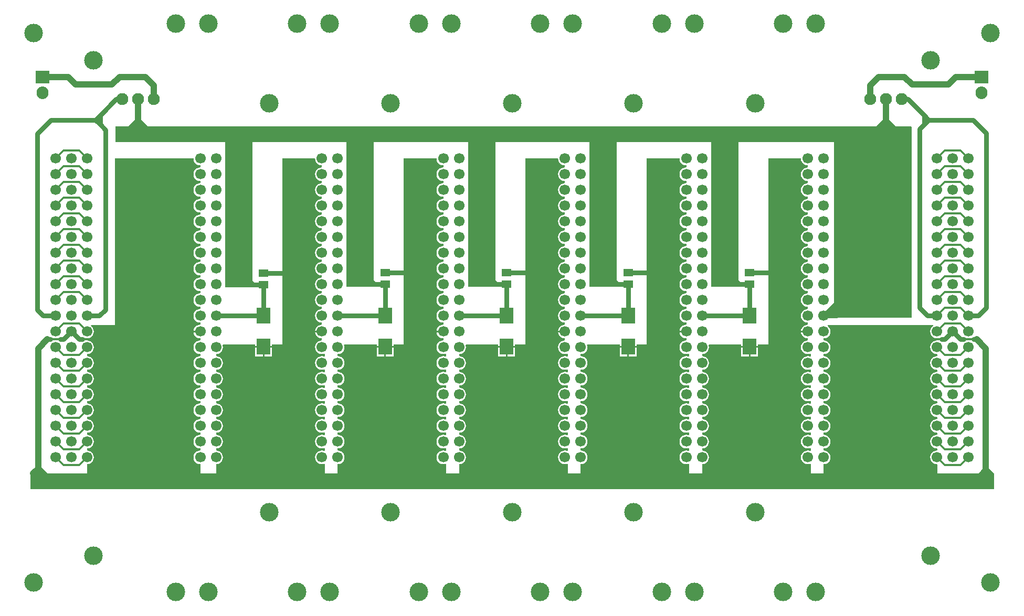
<source format=gtl>
G04 Layer_Physical_Order=1*
G04 Layer_Color=255*
%FSLAX25Y25*%
%MOIN*%
G70*
G01*
G75*
%ADD10R,0.08661X0.10236*%
%ADD11R,0.06299X0.05118*%
%ADD12R,0.06299X0.05118*%
%ADD13C,0.04000*%
%ADD14C,0.03000*%
%ADD15C,0.01201*%
%ADD16R,6.12106X0.09941*%
%ADD17R,5.05315X0.09842*%
%ADD18R,0.49409X1.21654*%
%ADD19R,0.17520X0.93307*%
%ADD20C,0.11811*%
%ADD21C,0.06693*%
%ADD22R,0.08500X0.08000*%
%ADD23O,0.07600X0.08000*%
%ADD24C,0.07600*%
%ADD25C,0.05000*%
G36*
X365400Y390256D02*
X365549Y389121D01*
X365987Y388064D01*
X366684Y387156D01*
X367592Y386459D01*
X368649Y386021D01*
X369783Y385872D01*
Y384640D01*
X368649Y384490D01*
X367592Y384052D01*
X366684Y383356D01*
X365987Y382448D01*
X365549Y381391D01*
X365400Y380256D01*
X365549Y379121D01*
X365987Y378064D01*
X366684Y377156D01*
X367592Y376459D01*
X368649Y376021D01*
X369783Y375872D01*
Y374640D01*
X368649Y374490D01*
X367592Y374053D01*
X366684Y373356D01*
X365987Y372448D01*
X365549Y371391D01*
X365400Y370256D01*
X365549Y369121D01*
X365987Y368064D01*
X366684Y367156D01*
X367592Y366459D01*
X368649Y366021D01*
X369783Y365872D01*
Y364640D01*
X368649Y364490D01*
X367592Y364053D01*
X366684Y363356D01*
X365987Y362448D01*
X365549Y361390D01*
X365400Y360256D01*
X365549Y359121D01*
X365987Y358064D01*
X366684Y357156D01*
X367592Y356459D01*
X368649Y356021D01*
X369783Y355872D01*
Y354640D01*
X368649Y354490D01*
X367592Y354052D01*
X366684Y353356D01*
X365987Y352448D01*
X365549Y351391D01*
X365400Y350256D01*
X365549Y349121D01*
X365987Y348064D01*
X366684Y347156D01*
X367592Y346459D01*
X368649Y346021D01*
X369783Y345872D01*
Y344640D01*
X368649Y344490D01*
X367592Y344053D01*
X366684Y343356D01*
X365987Y342448D01*
X365549Y341390D01*
X365400Y340256D01*
X365549Y339121D01*
X365987Y338064D01*
X366684Y337156D01*
X367592Y336459D01*
X368649Y336021D01*
X369783Y335872D01*
Y334640D01*
X368649Y334490D01*
X367592Y334052D01*
X366684Y333356D01*
X365987Y332448D01*
X365549Y331391D01*
X365400Y330256D01*
X365549Y329121D01*
X365987Y328064D01*
X366684Y327156D01*
X367592Y326459D01*
X368649Y326021D01*
X369783Y325872D01*
Y324640D01*
X368649Y324490D01*
X367592Y324053D01*
X366684Y323356D01*
X365987Y322448D01*
X365549Y321391D01*
X365400Y320256D01*
X365549Y319121D01*
X365987Y318064D01*
X366684Y317156D01*
X367592Y316459D01*
X368649Y316021D01*
X369783Y315872D01*
Y314640D01*
X368649Y314490D01*
X367592Y314053D01*
X366684Y313356D01*
X365987Y312448D01*
X365549Y311390D01*
X365400Y310256D01*
X365549Y309121D01*
X365987Y308064D01*
X366684Y307156D01*
X367592Y306459D01*
X368649Y306021D01*
X369783Y305872D01*
Y304640D01*
X368649Y304490D01*
X367592Y304052D01*
X366684Y303356D01*
X365987Y302448D01*
X365549Y301391D01*
X365400Y300256D01*
X365549Y299121D01*
X365987Y298064D01*
X366684Y297156D01*
X367592Y296459D01*
X368649Y296021D01*
X369783Y295872D01*
Y294640D01*
X368649Y294490D01*
X367592Y294053D01*
X366684Y293356D01*
X365987Y292448D01*
X365549Y291390D01*
X365400Y290256D01*
X365549Y289121D01*
X365987Y288064D01*
X366684Y287156D01*
X367592Y286459D01*
X368649Y286021D01*
X369783Y285872D01*
Y284640D01*
X368649Y284490D01*
X367592Y284052D01*
X366684Y283356D01*
X365987Y282448D01*
X365549Y281391D01*
X365465Y280756D01*
X369783D01*
Y279756D01*
X365465D01*
X365549Y279121D01*
X365987Y278064D01*
X366684Y277156D01*
X367592Y276459D01*
X368649Y276021D01*
X369783Y275872D01*
Y274640D01*
X368649Y274490D01*
X367592Y274053D01*
X366684Y273356D01*
X365987Y272448D01*
X365549Y271391D01*
X365400Y270256D01*
X365549Y269121D01*
X365987Y268064D01*
X366684Y267156D01*
X367592Y266459D01*
X368649Y266021D01*
X369783Y265872D01*
X370918Y266021D01*
X371238Y266154D01*
X371654Y265876D01*
Y264636D01*
X371238Y264358D01*
X370918Y264490D01*
X369783Y264640D01*
X368649Y264490D01*
X367592Y264053D01*
X366684Y263356D01*
X365987Y262448D01*
X365549Y261390D01*
X365400Y260256D01*
X365549Y259121D01*
X365987Y258064D01*
X366684Y257156D01*
X367592Y256459D01*
X368649Y256021D01*
X369783Y255872D01*
X370918Y256021D01*
X371238Y256154D01*
X371654Y255876D01*
Y254636D01*
X371238Y254358D01*
X370918Y254490D01*
X369783Y254640D01*
X368649Y254490D01*
X367592Y254052D01*
X366684Y253356D01*
X365987Y252448D01*
X365549Y251391D01*
X365400Y250256D01*
X365549Y249121D01*
X365987Y248064D01*
X366684Y247156D01*
X367592Y246459D01*
X368649Y246021D01*
X369783Y245872D01*
X370918Y246021D01*
X371238Y246154D01*
X371654Y245876D01*
Y244636D01*
X371238Y244358D01*
X370918Y244490D01*
X369783Y244640D01*
X368649Y244490D01*
X367592Y244053D01*
X366684Y243356D01*
X365987Y242448D01*
X365549Y241390D01*
X365400Y240256D01*
X365549Y239121D01*
X365987Y238064D01*
X366684Y237156D01*
X367592Y236459D01*
X368649Y236021D01*
X369783Y235872D01*
X370918Y236021D01*
X371238Y236154D01*
X371654Y235876D01*
Y234636D01*
X371238Y234358D01*
X370918Y234490D01*
X369783Y234640D01*
X368649Y234490D01*
X367592Y234052D01*
X366684Y233356D01*
X365987Y232448D01*
X365549Y231391D01*
X365400Y230256D01*
X365549Y229121D01*
X365987Y228064D01*
X366684Y227156D01*
X367592Y226459D01*
X368649Y226021D01*
X369783Y225872D01*
X370918Y226021D01*
X371238Y226154D01*
X371654Y225876D01*
Y224636D01*
X371238Y224358D01*
X370918Y224490D01*
X369783Y224640D01*
X368649Y224490D01*
X367592Y224053D01*
X366684Y223356D01*
X365987Y222448D01*
X365549Y221391D01*
X365400Y220256D01*
X365549Y219121D01*
X365987Y218064D01*
X366684Y217156D01*
X367592Y216459D01*
X368649Y216021D01*
X369783Y215872D01*
X370918Y216021D01*
X371238Y216154D01*
X371654Y215876D01*
Y214636D01*
X371238Y214358D01*
X370918Y214490D01*
X369783Y214640D01*
X368649Y214490D01*
X367592Y214053D01*
X366684Y213356D01*
X365987Y212448D01*
X365549Y211390D01*
X365400Y210256D01*
X365549Y209121D01*
X365987Y208064D01*
X366684Y207156D01*
X367592Y206459D01*
X368649Y206021D01*
X369783Y205872D01*
X370918Y206021D01*
X371238Y206154D01*
X371654Y205876D01*
Y204636D01*
X371238Y204358D01*
X370918Y204490D01*
X369783Y204640D01*
X368649Y204490D01*
X367592Y204052D01*
X366684Y203356D01*
X365987Y202448D01*
X365549Y201391D01*
X365400Y200256D01*
X365549Y199121D01*
X365987Y198064D01*
X366684Y197156D01*
X367592Y196459D01*
X368649Y196021D01*
X369783Y195872D01*
X370918Y196021D01*
X371238Y196154D01*
X371654Y195876D01*
Y185039D01*
X355499D01*
X355378Y185953D01*
X355026Y186804D01*
X354465Y187536D01*
X353734Y188097D01*
X352882Y188449D01*
X352468Y188504D01*
Y185039D01*
X351468D01*
Y188504D01*
X351055Y188449D01*
X350203Y188097D01*
X349472Y187536D01*
X348911Y186804D01*
X348559Y185953D01*
X348438Y185039D01*
X347625D01*
X347504Y185953D01*
X347152Y186804D01*
X346591Y187536D01*
X345860Y188097D01*
X345008Y188449D01*
X344595Y188504D01*
Y185039D01*
X343595D01*
Y188504D01*
X343181Y188449D01*
X342329Y188097D01*
X341598Y187536D01*
X341037Y186804D01*
X340685Y185953D01*
X340564Y185039D01*
X339751D01*
X339630Y185953D01*
X339278Y186804D01*
X338717Y187536D01*
X337986Y188097D01*
X337134Y188449D01*
X336720Y188504D01*
Y185039D01*
X335720D01*
Y188504D01*
X335307Y188449D01*
X334455Y188097D01*
X333724Y187536D01*
X333163Y186804D01*
X332811Y185953D01*
X332690Y185039D01*
X331877D01*
X331756Y185953D01*
X331404Y186804D01*
X330843Y187536D01*
X330112Y188097D01*
X329260Y188449D01*
X328847Y188504D01*
Y185039D01*
X327847D01*
Y188504D01*
X327433Y188449D01*
X326581Y188097D01*
X325850Y187536D01*
X325289Y186804D01*
X324937Y185953D01*
X324816Y185039D01*
X324003D01*
X323882Y185953D01*
X323530Y186804D01*
X322969Y187536D01*
X322237Y188097D01*
X321386Y188449D01*
X320972Y188504D01*
Y185039D01*
X319972D01*
Y188504D01*
X319559Y188449D01*
X318707Y188097D01*
X317976Y187536D01*
X317415Y186804D01*
X317062Y185953D01*
X316942Y185039D01*
X302618D01*
Y186890D01*
Y195372D01*
X302618Y195872D01*
X303753Y196021D01*
X304810Y196459D01*
X305718Y197156D01*
X306415Y198064D01*
X306853Y199121D01*
X307002Y200256D01*
X306853Y201391D01*
X306415Y202448D01*
X305718Y203356D01*
X304810Y204052D01*
X303753Y204490D01*
X302618Y204640D01*
X302618Y205140D01*
X302618Y205872D01*
X303753Y206021D01*
X304810Y206459D01*
X305718Y207156D01*
X306415Y208064D01*
X306853Y209121D01*
X307002Y210256D01*
X306853Y211390D01*
X306415Y212448D01*
X305718Y213356D01*
X304810Y214053D01*
X303753Y214490D01*
X302618Y214640D01*
X302618Y214640D01*
Y215872D01*
X302618Y215872D01*
X303753Y216021D01*
X304810Y216459D01*
X305718Y217156D01*
X306415Y218064D01*
X306853Y219121D01*
X307002Y220256D01*
X306853Y221391D01*
X306415Y222448D01*
X305718Y223356D01*
X304810Y224053D01*
X303753Y224490D01*
X302618Y224640D01*
X302618Y224640D01*
Y225872D01*
X302618Y225872D01*
X303753Y226021D01*
X304810Y226459D01*
X305718Y227156D01*
X306415Y228064D01*
X306853Y229121D01*
X307002Y230256D01*
X306853Y231391D01*
X306415Y232448D01*
X305718Y233356D01*
X304810Y234052D01*
X303753Y234490D01*
X302618Y234640D01*
X302618Y234640D01*
Y235872D01*
X302618Y235872D01*
X303753Y236021D01*
X304810Y236459D01*
X305718Y237156D01*
X306415Y238064D01*
X306853Y239121D01*
X307002Y240256D01*
X306853Y241390D01*
X306415Y242448D01*
X305718Y243356D01*
X304810Y244053D01*
X303753Y244490D01*
X302618Y244640D01*
X302618Y244640D01*
Y245872D01*
X302618Y245872D01*
X303753Y246021D01*
X304810Y246459D01*
X305718Y247156D01*
X306415Y248064D01*
X306853Y249121D01*
X307002Y250256D01*
X306853Y251391D01*
X306415Y252448D01*
X305718Y253356D01*
X304810Y254052D01*
X303753Y254490D01*
X302618Y254640D01*
X302618Y254640D01*
Y255872D01*
X302618Y255872D01*
X303753Y256021D01*
X304810Y256459D01*
X305718Y257156D01*
X306415Y258064D01*
X306853Y259121D01*
X307002Y260256D01*
X306853Y261390D01*
X306415Y262448D01*
X305718Y263356D01*
X304810Y264053D01*
X303753Y264490D01*
X302618Y264640D01*
X302618Y264640D01*
Y265872D01*
X302618Y265872D01*
X303753Y266021D01*
X304810Y266459D01*
X305718Y267156D01*
X306415Y268064D01*
X306853Y269121D01*
X307002Y270256D01*
X306853Y271391D01*
X306712Y271730D01*
X306990Y272146D01*
X327543D01*
Y271071D01*
X332874D01*
X338205D01*
Y272146D01*
X344587D01*
Y390256D01*
X365399D01*
X365400Y390256D01*
D02*
G37*
G36*
X288234D02*
X288384Y389121D01*
X288822Y388064D01*
X289518Y387156D01*
X290426Y386459D01*
X291483Y386021D01*
X292618Y385872D01*
Y384640D01*
X291483Y384490D01*
X290426Y384052D01*
X289518Y383356D01*
X288822Y382448D01*
X288384Y381391D01*
X288234Y380256D01*
X288384Y379121D01*
X288822Y378064D01*
X289518Y377156D01*
X290426Y376459D01*
X291483Y376021D01*
X292618Y375872D01*
Y374640D01*
X291483Y374490D01*
X290426Y374053D01*
X289518Y373356D01*
X288822Y372448D01*
X288384Y371391D01*
X288234Y370256D01*
X288384Y369121D01*
X288822Y368064D01*
X289518Y367156D01*
X290426Y366459D01*
X291483Y366021D01*
X292618Y365872D01*
Y364640D01*
X291483Y364490D01*
X290426Y364053D01*
X289518Y363356D01*
X288822Y362448D01*
X288384Y361390D01*
X288234Y360256D01*
X288384Y359121D01*
X288822Y358064D01*
X289518Y357156D01*
X290426Y356459D01*
X291483Y356021D01*
X292618Y355872D01*
Y354640D01*
X291483Y354490D01*
X290426Y354052D01*
X289518Y353356D01*
X288822Y352448D01*
X288384Y351391D01*
X288234Y350256D01*
X288384Y349121D01*
X288822Y348064D01*
X289518Y347156D01*
X290426Y346459D01*
X291483Y346021D01*
X292618Y345872D01*
Y344640D01*
X291483Y344490D01*
X290426Y344053D01*
X289518Y343356D01*
X288822Y342448D01*
X288384Y341390D01*
X288234Y340256D01*
X288384Y339121D01*
X288822Y338064D01*
X289518Y337156D01*
X290426Y336459D01*
X291483Y336021D01*
X292618Y335872D01*
Y334640D01*
X291483Y334490D01*
X290426Y334052D01*
X289518Y333356D01*
X288822Y332448D01*
X288384Y331391D01*
X288234Y330256D01*
X288384Y329121D01*
X288822Y328064D01*
X289518Y327156D01*
X290426Y326459D01*
X291483Y326021D01*
X292618Y325872D01*
Y324640D01*
X291483Y324490D01*
X290426Y324053D01*
X289518Y323356D01*
X288822Y322448D01*
X288384Y321391D01*
X288234Y320256D01*
X288384Y319121D01*
X288822Y318064D01*
X289518Y317156D01*
X290426Y316459D01*
X291483Y316021D01*
X292618Y315872D01*
Y314640D01*
X291483Y314490D01*
X290426Y314053D01*
X289518Y313356D01*
X288822Y312448D01*
X288384Y311390D01*
X288234Y310256D01*
X288384Y309121D01*
X288822Y308064D01*
X289518Y307156D01*
X290426Y306459D01*
X291483Y306021D01*
X292618Y305872D01*
Y304640D01*
X291483Y304490D01*
X290426Y304052D01*
X289518Y303356D01*
X288822Y302448D01*
X288384Y301391D01*
X288234Y300256D01*
X288384Y299121D01*
X288822Y298064D01*
X289518Y297156D01*
X290426Y296459D01*
X291483Y296021D01*
X292618Y295872D01*
Y294640D01*
X291483Y294490D01*
X290426Y294053D01*
X289518Y293356D01*
X288822Y292448D01*
X288384Y291390D01*
X288234Y290256D01*
X288384Y289121D01*
X288822Y288064D01*
X289518Y287156D01*
X290426Y286459D01*
X291483Y286021D01*
X292618Y285872D01*
Y284640D01*
X291483Y284490D01*
X290426Y284052D01*
X289518Y283356D01*
X288822Y282448D01*
X288384Y281391D01*
X288300Y280756D01*
X292618D01*
Y279756D01*
X288300D01*
X288384Y279121D01*
X288822Y278064D01*
X289518Y277156D01*
X290426Y276459D01*
X291483Y276021D01*
X292618Y275872D01*
Y274640D01*
X291483Y274490D01*
X290426Y274053D01*
X289518Y273356D01*
X288822Y272448D01*
X288384Y271391D01*
X288234Y270256D01*
X288384Y269121D01*
X288822Y268064D01*
X289518Y267156D01*
X290426Y266459D01*
X291483Y266021D01*
X292618Y265872D01*
X293753Y266021D01*
X294072Y266154D01*
X294488Y265876D01*
Y264636D01*
X294072Y264358D01*
X293753Y264490D01*
X292618Y264640D01*
X291483Y264490D01*
X290426Y264053D01*
X289518Y263356D01*
X288822Y262448D01*
X288384Y261390D01*
X288234Y260256D01*
X288384Y259121D01*
X288822Y258064D01*
X289518Y257156D01*
X290426Y256459D01*
X291483Y256021D01*
X292618Y255872D01*
X293753Y256021D01*
X294072Y256154D01*
X294488Y255876D01*
Y254636D01*
X294072Y254358D01*
X293753Y254490D01*
X292618Y254640D01*
X291483Y254490D01*
X290426Y254052D01*
X289518Y253356D01*
X288822Y252448D01*
X288384Y251391D01*
X288234Y250256D01*
X288384Y249121D01*
X288822Y248064D01*
X289518Y247156D01*
X290426Y246459D01*
X291483Y246021D01*
X292618Y245872D01*
X293753Y246021D01*
X294072Y246154D01*
X294488Y245876D01*
Y244636D01*
X294072Y244358D01*
X293753Y244490D01*
X292618Y244640D01*
X291483Y244490D01*
X290426Y244053D01*
X289518Y243356D01*
X288822Y242448D01*
X288384Y241390D01*
X288234Y240256D01*
X288384Y239121D01*
X288822Y238064D01*
X289518Y237156D01*
X290426Y236459D01*
X291483Y236021D01*
X292618Y235872D01*
X293753Y236021D01*
X294072Y236154D01*
X294488Y235876D01*
Y234636D01*
X294072Y234358D01*
X293753Y234490D01*
X292618Y234640D01*
X291483Y234490D01*
X290426Y234052D01*
X289518Y233356D01*
X288822Y232448D01*
X288384Y231391D01*
X288234Y230256D01*
X288384Y229121D01*
X288822Y228064D01*
X289518Y227156D01*
X290426Y226459D01*
X291483Y226021D01*
X292618Y225872D01*
X293753Y226021D01*
X294072Y226154D01*
X294488Y225876D01*
Y224636D01*
X294072Y224358D01*
X293753Y224490D01*
X292618Y224640D01*
X291483Y224490D01*
X290426Y224053D01*
X289518Y223356D01*
X288822Y222448D01*
X288384Y221391D01*
X288234Y220256D01*
X288384Y219121D01*
X288822Y218064D01*
X289518Y217156D01*
X290426Y216459D01*
X291483Y216021D01*
X292618Y215872D01*
X293753Y216021D01*
X294072Y216154D01*
X294488Y215876D01*
Y214636D01*
X294072Y214358D01*
X293753Y214490D01*
X292618Y214640D01*
X291483Y214490D01*
X290426Y214053D01*
X289518Y213356D01*
X288822Y212448D01*
X288384Y211390D01*
X288234Y210256D01*
X288384Y209121D01*
X288822Y208064D01*
X289518Y207156D01*
X290426Y206459D01*
X291483Y206021D01*
X292618Y205872D01*
X293753Y206021D01*
X294072Y206154D01*
X294488Y205876D01*
Y204636D01*
X294072Y204358D01*
X293753Y204490D01*
X292618Y204640D01*
X291483Y204490D01*
X290426Y204052D01*
X289518Y203356D01*
X288822Y202448D01*
X288384Y201391D01*
X288234Y200256D01*
X288384Y199121D01*
X288822Y198064D01*
X289518Y197156D01*
X290426Y196459D01*
X291483Y196021D01*
X292618Y195872D01*
X293753Y196021D01*
X294072Y196154D01*
X294488Y195876D01*
Y185039D01*
X278333D01*
X278213Y185953D01*
X277860Y186804D01*
X277299Y187536D01*
X276568Y188097D01*
X275717Y188449D01*
X275303Y188504D01*
Y185039D01*
X274303D01*
Y188504D01*
X273889Y188449D01*
X273038Y188097D01*
X272307Y187536D01*
X271746Y186804D01*
X271393Y185953D01*
X271273Y185039D01*
X270459D01*
X270339Y185953D01*
X269986Y186804D01*
X269425Y187536D01*
X268694Y188097D01*
X267843Y188449D01*
X267429Y188504D01*
Y185039D01*
X266429D01*
Y188504D01*
X266016Y188449D01*
X265164Y188097D01*
X264433Y187536D01*
X263872Y186804D01*
X263519Y185953D01*
X263399Y185039D01*
X262585D01*
X262465Y185953D01*
X262112Y186804D01*
X261551Y187536D01*
X260820Y188097D01*
X259969Y188449D01*
X259555Y188504D01*
Y185039D01*
X258555D01*
Y188504D01*
X258141Y188449D01*
X257290Y188097D01*
X256559Y187536D01*
X255998Y186804D01*
X255645Y185953D01*
X255525Y185039D01*
X254711D01*
X254591Y185953D01*
X254238Y186804D01*
X253677Y187536D01*
X252946Y188097D01*
X252095Y188449D01*
X251681Y188504D01*
Y185039D01*
X250681D01*
Y188504D01*
X250268Y188449D01*
X249416Y188097D01*
X248685Y187536D01*
X248124Y186804D01*
X247771Y185953D01*
X247651Y185039D01*
X246837D01*
X246717Y185953D01*
X246364Y186804D01*
X245803Y187536D01*
X245072Y188097D01*
X244221Y188449D01*
X243807Y188504D01*
Y185039D01*
X242807D01*
Y188504D01*
X242393Y188449D01*
X241542Y188097D01*
X240811Y187536D01*
X240250Y186804D01*
X239897Y185953D01*
X239777Y185039D01*
X225453D01*
Y186890D01*
Y195372D01*
X225453Y195872D01*
X226588Y196021D01*
X227645Y196459D01*
X228553Y197156D01*
X229249Y198064D01*
X229687Y199121D01*
X229837Y200256D01*
X229687Y201391D01*
X229249Y202448D01*
X228553Y203356D01*
X227645Y204052D01*
X226588Y204490D01*
X225453Y204640D01*
X225453Y205140D01*
X225453Y205872D01*
X226588Y206021D01*
X227645Y206459D01*
X228553Y207156D01*
X229249Y208064D01*
X229687Y209121D01*
X229837Y210256D01*
X229687Y211390D01*
X229249Y212448D01*
X228553Y213356D01*
X227645Y214053D01*
X226588Y214490D01*
X225453Y214640D01*
X225453Y214640D01*
Y215872D01*
X225453Y215872D01*
X226588Y216021D01*
X227645Y216459D01*
X228553Y217156D01*
X229249Y218064D01*
X229687Y219121D01*
X229837Y220256D01*
X229687Y221391D01*
X229249Y222448D01*
X228553Y223356D01*
X227645Y224053D01*
X226588Y224490D01*
X225453Y224640D01*
X225453Y224640D01*
Y225872D01*
X225453Y225872D01*
X226588Y226021D01*
X227645Y226459D01*
X228553Y227156D01*
X229249Y228064D01*
X229687Y229121D01*
X229837Y230256D01*
X229687Y231391D01*
X229249Y232448D01*
X228553Y233356D01*
X227645Y234052D01*
X226588Y234490D01*
X225453Y234640D01*
X225453Y234640D01*
Y235872D01*
X225453Y235872D01*
X226588Y236021D01*
X227645Y236459D01*
X228553Y237156D01*
X229249Y238064D01*
X229687Y239121D01*
X229837Y240256D01*
X229687Y241390D01*
X229249Y242448D01*
X228553Y243356D01*
X227645Y244053D01*
X226588Y244490D01*
X225453Y244640D01*
X225453Y244640D01*
Y245872D01*
X225453Y245872D01*
X226588Y246021D01*
X227645Y246459D01*
X228553Y247156D01*
X229249Y248064D01*
X229687Y249121D01*
X229837Y250256D01*
X229687Y251391D01*
X229249Y252448D01*
X228553Y253356D01*
X227645Y254052D01*
X226588Y254490D01*
X225453Y254640D01*
X225453Y254640D01*
Y255872D01*
X225453Y255872D01*
X226588Y256021D01*
X227645Y256459D01*
X228553Y257156D01*
X229249Y258064D01*
X229687Y259121D01*
X229837Y260256D01*
X229687Y261390D01*
X229249Y262448D01*
X228553Y263356D01*
X227645Y264053D01*
X226588Y264490D01*
X225453Y264640D01*
X225453Y264640D01*
Y265872D01*
X225453Y265872D01*
X226588Y266021D01*
X227645Y266459D01*
X228553Y267156D01*
X229249Y268064D01*
X229687Y269121D01*
X229837Y270256D01*
X229687Y271391D01*
X229547Y271730D01*
X229825Y272146D01*
X250378D01*
Y271071D01*
X255709D01*
X261039D01*
Y272146D01*
X267421D01*
Y390256D01*
X288234D01*
X288234Y390256D01*
D02*
G37*
G36*
X680721Y284350D02*
X680891Y283850D01*
X680246Y283356D01*
X679550Y282448D01*
X679112Y281391D01*
X678963Y280256D01*
X679112Y279121D01*
X679550Y278064D01*
X680246Y277156D01*
X681154Y276459D01*
X682212Y276021D01*
X683347Y275872D01*
X683405Y275820D01*
Y274692D01*
X683347Y274640D01*
X682212Y274490D01*
X681154Y274053D01*
X680246Y273356D01*
X679550Y272448D01*
X679112Y271391D01*
X678963Y270256D01*
X679112Y269121D01*
X679550Y268064D01*
X680246Y267156D01*
X681154Y266459D01*
X682212Y266021D01*
X683347Y265872D01*
X683405Y265820D01*
Y264692D01*
X683347Y264640D01*
X682212Y264491D01*
X681154Y264053D01*
X680246Y263356D01*
X679550Y262448D01*
X679112Y261391D01*
X678963Y260256D01*
X679112Y259121D01*
X679550Y258064D01*
X680246Y257156D01*
X681154Y256459D01*
X682212Y256021D01*
X683347Y255872D01*
X683405Y255820D01*
Y254692D01*
X683347Y254640D01*
X682212Y254490D01*
X681154Y254052D01*
X680246Y253356D01*
X679550Y252448D01*
X679112Y251391D01*
X678963Y250256D01*
X679112Y249121D01*
X679550Y248064D01*
X680246Y247156D01*
X681154Y246459D01*
X682212Y246021D01*
X683347Y245872D01*
X683405Y245820D01*
Y244692D01*
X683347Y244640D01*
X682212Y244491D01*
X681154Y244053D01*
X680246Y243356D01*
X679550Y242448D01*
X679112Y241391D01*
X678963Y240256D01*
X679112Y239121D01*
X679550Y238064D01*
X680246Y237156D01*
X681154Y236459D01*
X682212Y236021D01*
X683347Y235872D01*
X683405Y235820D01*
Y234692D01*
X683347Y234640D01*
X682212Y234490D01*
X681154Y234052D01*
X680246Y233356D01*
X679550Y232448D01*
X679112Y231391D01*
X678963Y230256D01*
X679112Y229121D01*
X679550Y228064D01*
X680246Y227156D01*
X681154Y226459D01*
X682212Y226021D01*
X683347Y225872D01*
X683405Y225820D01*
Y224692D01*
X683347Y224640D01*
X682212Y224490D01*
X681154Y224053D01*
X680246Y223356D01*
X679550Y222448D01*
X679112Y221391D01*
X678963Y220256D01*
X679112Y219121D01*
X679550Y218064D01*
X680246Y217156D01*
X681154Y216459D01*
X682212Y216021D01*
X683347Y215872D01*
X683405Y215820D01*
Y214692D01*
X683347Y214640D01*
X682212Y214491D01*
X681154Y214053D01*
X680246Y213356D01*
X679550Y212448D01*
X679112Y211391D01*
X678963Y210256D01*
X679112Y209121D01*
X679550Y208064D01*
X680246Y207156D01*
X681154Y206459D01*
X682212Y206021D01*
X683347Y205872D01*
X683405Y205820D01*
Y204692D01*
X683347Y204640D01*
X682212Y204490D01*
X681154Y204052D01*
X680246Y203356D01*
X679550Y202448D01*
X679112Y201391D01*
X678963Y200256D01*
X679112Y199121D01*
X679550Y198064D01*
X680246Y197156D01*
X681154Y196459D01*
X682212Y196021D01*
X683347Y195872D01*
X683405Y195820D01*
Y185039D01*
X664160D01*
X664160Y185039D01*
X664040Y185953D01*
X663687Y186804D01*
X663126Y187536D01*
X662395Y188097D01*
X661544Y188449D01*
X661130Y188504D01*
Y185039D01*
X660130D01*
Y188504D01*
X659716Y188449D01*
X658865Y188097D01*
X658134Y187536D01*
X657573Y186804D01*
X657220Y185953D01*
X657100Y185039D01*
X657100Y185039D01*
X656286D01*
X656286Y185039D01*
X656166Y185953D01*
X655813Y186804D01*
X655252Y187536D01*
X654521Y188097D01*
X653670Y188449D01*
X653256Y188504D01*
Y185039D01*
X652256D01*
Y188504D01*
X651842Y188449D01*
X650991Y188097D01*
X650260Y187536D01*
X649698Y186804D01*
X649346Y185953D01*
X649226Y185039D01*
X649226Y185039D01*
X648412D01*
X648412Y185039D01*
X648292Y185953D01*
X647939Y186804D01*
X647378Y187536D01*
X646647Y188097D01*
X645795Y188449D01*
X645382Y188504D01*
Y185039D01*
X644382D01*
Y188504D01*
X643968Y188449D01*
X643117Y188097D01*
X642385Y187536D01*
X641824Y186804D01*
X641472Y185953D01*
X641352Y185039D01*
X640944Y185039D01*
X640538Y185039D01*
X640418Y185953D01*
X640065Y186804D01*
X639504Y187536D01*
X638773Y188097D01*
X637921Y188449D01*
X637508Y188504D01*
Y185039D01*
X636508D01*
Y188504D01*
X636094Y188449D01*
X635243Y188097D01*
X634512Y187536D01*
X633951Y186804D01*
X633598Y185953D01*
X633477Y185039D01*
X633070Y185039D01*
X632664Y185039D01*
X632544Y185953D01*
X632191Y186804D01*
X631630Y187536D01*
X630899Y188097D01*
X630047Y188449D01*
X629634Y188504D01*
Y185039D01*
X628634D01*
Y188504D01*
X628220Y188449D01*
X627369Y188097D01*
X626638Y187536D01*
X626077Y186804D01*
X625724Y185953D01*
X625603Y185039D01*
X625104Y185039D01*
X611279D01*
Y186890D01*
Y195372D01*
X611279Y195872D01*
X612414Y196021D01*
X613471Y196459D01*
X614379Y197156D01*
X615076Y198064D01*
X615514Y199121D01*
X615663Y200256D01*
X615514Y201391D01*
X615076Y202448D01*
X614379Y203356D01*
X613471Y204052D01*
X612414Y204490D01*
X611279Y204640D01*
X611279Y204640D01*
Y205872D01*
X611279Y205872D01*
X612414Y206021D01*
X613471Y206459D01*
X614379Y207156D01*
X615076Y208064D01*
X615514Y209121D01*
X615663Y210256D01*
X615514Y211390D01*
X615076Y212448D01*
X614379Y213356D01*
X613471Y214053D01*
X612414Y214490D01*
X611279Y214640D01*
X611279Y214640D01*
Y215872D01*
X611279Y215872D01*
X612414Y216021D01*
X613471Y216459D01*
X614379Y217156D01*
X615076Y218064D01*
X615514Y219121D01*
X615663Y220256D01*
X615514Y221391D01*
X615076Y222448D01*
X614379Y223356D01*
X613471Y224053D01*
X612414Y224490D01*
X611279Y224640D01*
X611279Y224640D01*
Y225872D01*
X611279Y225872D01*
X612414Y226021D01*
X613471Y226459D01*
X614379Y227156D01*
X615076Y228064D01*
X615514Y229121D01*
X615663Y230256D01*
X615514Y231391D01*
X615076Y232448D01*
X614379Y233356D01*
X613471Y234052D01*
X612414Y234490D01*
X611279Y234640D01*
X611279Y234640D01*
Y235872D01*
X611279Y235872D01*
X612414Y236021D01*
X613471Y236459D01*
X614379Y237156D01*
X615076Y238064D01*
X615514Y239121D01*
X615663Y240256D01*
X615514Y241390D01*
X615076Y242448D01*
X614379Y243356D01*
X613471Y244053D01*
X612414Y244490D01*
X611279Y244640D01*
X611279Y244640D01*
Y245872D01*
X611279Y245872D01*
X612414Y246021D01*
X613471Y246459D01*
X614379Y247156D01*
X615076Y248064D01*
X615514Y249121D01*
X615663Y250256D01*
X615514Y251391D01*
X615076Y252448D01*
X614379Y253356D01*
X613471Y254052D01*
X612414Y254490D01*
X611279Y254640D01*
X611279Y254640D01*
Y255872D01*
X611279Y255872D01*
X612414Y256021D01*
X613471Y256459D01*
X614379Y257156D01*
X615076Y258064D01*
X615514Y259121D01*
X615663Y260256D01*
X615514Y261390D01*
X615076Y262448D01*
X614379Y263356D01*
X613471Y264053D01*
X612414Y264490D01*
X611279Y264640D01*
X611279Y264640D01*
Y265872D01*
X611279Y265872D01*
X612414Y266021D01*
X613471Y266459D01*
X614379Y267156D01*
X615076Y268064D01*
X615514Y269121D01*
X615663Y270256D01*
X615514Y271391D01*
X615076Y272448D01*
X614379Y273356D01*
X613471Y274053D01*
X612414Y274490D01*
X611279Y274640D01*
X611279Y274640D01*
Y275872D01*
X611279Y275872D01*
X612414Y276021D01*
X613471Y276459D01*
X614379Y277156D01*
X615076Y278064D01*
X615514Y279121D01*
X615663Y280256D01*
X615514Y281391D01*
X615076Y282448D01*
X614379Y283356D01*
X613735Y283850D01*
X613905Y284350D01*
X680721Y284350D01*
D02*
G37*
G36*
X519730Y390256D02*
X519879Y389121D01*
X520318Y388064D01*
X521014Y387156D01*
X521922Y386459D01*
X522979Y386021D01*
X524114Y385872D01*
Y384640D01*
X522979Y384490D01*
X521922Y384052D01*
X521014Y383356D01*
X520318Y382448D01*
X519879Y381391D01*
X519730Y380256D01*
X519879Y379121D01*
X520318Y378064D01*
X521014Y377156D01*
X521922Y376459D01*
X522979Y376021D01*
X524114Y375872D01*
Y374640D01*
X522979Y374490D01*
X521922Y374053D01*
X521014Y373356D01*
X520318Y372448D01*
X519879Y371391D01*
X519730Y370256D01*
X519879Y369121D01*
X520318Y368064D01*
X521014Y367156D01*
X521922Y366459D01*
X522979Y366021D01*
X524114Y365872D01*
Y364640D01*
X522979Y364490D01*
X521922Y364053D01*
X521014Y363356D01*
X520318Y362448D01*
X519879Y361390D01*
X519730Y360256D01*
X519879Y359121D01*
X520318Y358064D01*
X521014Y357156D01*
X521922Y356459D01*
X522979Y356021D01*
X524114Y355872D01*
Y354640D01*
X522979Y354490D01*
X521922Y354052D01*
X521014Y353356D01*
X520318Y352448D01*
X519879Y351391D01*
X519730Y350256D01*
X519879Y349121D01*
X520318Y348064D01*
X521014Y347156D01*
X521922Y346459D01*
X522979Y346021D01*
X524114Y345872D01*
Y344640D01*
X522979Y344490D01*
X521922Y344053D01*
X521014Y343356D01*
X520318Y342448D01*
X519879Y341390D01*
X519730Y340256D01*
X519879Y339121D01*
X520318Y338064D01*
X521014Y337156D01*
X521922Y336459D01*
X522979Y336021D01*
X524114Y335872D01*
Y334640D01*
X522979Y334490D01*
X521922Y334052D01*
X521014Y333356D01*
X520318Y332448D01*
X519879Y331391D01*
X519730Y330256D01*
X519879Y329121D01*
X520318Y328064D01*
X521014Y327156D01*
X521922Y326459D01*
X522979Y326021D01*
X524114Y325872D01*
Y324640D01*
X522979Y324490D01*
X521922Y324053D01*
X521014Y323356D01*
X520318Y322448D01*
X519879Y321391D01*
X519730Y320256D01*
X519879Y319121D01*
X520318Y318064D01*
X521014Y317156D01*
X521922Y316459D01*
X522979Y316021D01*
X524114Y315872D01*
Y314640D01*
X522979Y314490D01*
X521922Y314053D01*
X521014Y313356D01*
X520318Y312448D01*
X519879Y311390D01*
X519730Y310256D01*
X519879Y309121D01*
X520318Y308064D01*
X521014Y307156D01*
X521922Y306459D01*
X522979Y306021D01*
X524114Y305872D01*
Y304640D01*
X522979Y304490D01*
X521922Y304052D01*
X521014Y303356D01*
X520318Y302448D01*
X519879Y301391D01*
X519730Y300256D01*
X519879Y299121D01*
X520318Y298064D01*
X521014Y297156D01*
X521922Y296459D01*
X522979Y296021D01*
X524114Y295872D01*
Y294640D01*
X522979Y294490D01*
X521922Y294053D01*
X521014Y293356D01*
X520318Y292448D01*
X519879Y291390D01*
X519730Y290256D01*
X519879Y289121D01*
X520318Y288064D01*
X521014Y287156D01*
X521922Y286459D01*
X522979Y286021D01*
X524114Y285872D01*
Y284640D01*
X522979Y284490D01*
X521922Y284052D01*
X521014Y283356D01*
X520318Y282448D01*
X519879Y281391D01*
X519796Y280756D01*
X524114D01*
Y279756D01*
X519796D01*
X519879Y279121D01*
X520318Y278064D01*
X521014Y277156D01*
X521922Y276459D01*
X522979Y276021D01*
X524114Y275872D01*
Y274640D01*
X522979Y274490D01*
X521922Y274053D01*
X521014Y273356D01*
X520318Y272448D01*
X519879Y271391D01*
X519730Y270256D01*
X519879Y269121D01*
X520318Y268064D01*
X521014Y267156D01*
X521922Y266459D01*
X522979Y266021D01*
X524114Y265872D01*
X525249Y266021D01*
X525568Y266154D01*
X525984Y265876D01*
Y264636D01*
X525568Y264358D01*
X525249Y264490D01*
X524114Y264640D01*
X522979Y264490D01*
X521922Y264053D01*
X521014Y263356D01*
X520318Y262448D01*
X519879Y261390D01*
X519730Y260256D01*
X519879Y259121D01*
X520318Y258064D01*
X521014Y257156D01*
X521922Y256459D01*
X522979Y256021D01*
X524114Y255872D01*
X525249Y256021D01*
X525568Y256154D01*
X525984Y255876D01*
Y254636D01*
X525568Y254358D01*
X525249Y254490D01*
X524114Y254640D01*
X522979Y254490D01*
X521922Y254052D01*
X521014Y253356D01*
X520318Y252448D01*
X519879Y251391D01*
X519730Y250256D01*
X519879Y249121D01*
X520318Y248064D01*
X521014Y247156D01*
X521922Y246459D01*
X522979Y246021D01*
X524114Y245872D01*
X525249Y246021D01*
X525568Y246154D01*
X525984Y245876D01*
Y244636D01*
X525568Y244358D01*
X525249Y244490D01*
X524114Y244640D01*
X522979Y244490D01*
X521922Y244053D01*
X521014Y243356D01*
X520318Y242448D01*
X519879Y241390D01*
X519730Y240256D01*
X519879Y239121D01*
X520318Y238064D01*
X521014Y237156D01*
X521922Y236459D01*
X522979Y236021D01*
X524114Y235872D01*
X525249Y236021D01*
X525568Y236154D01*
X525984Y235876D01*
Y234636D01*
X525568Y234358D01*
X525249Y234490D01*
X524114Y234640D01*
X522979Y234490D01*
X521922Y234052D01*
X521014Y233356D01*
X520318Y232448D01*
X519879Y231391D01*
X519730Y230256D01*
X519879Y229121D01*
X520318Y228064D01*
X521014Y227156D01*
X521922Y226459D01*
X522979Y226021D01*
X524114Y225872D01*
X525249Y226021D01*
X525568Y226154D01*
X525984Y225876D01*
Y224636D01*
X525568Y224358D01*
X525249Y224490D01*
X524114Y224640D01*
X522979Y224490D01*
X521922Y224053D01*
X521014Y223356D01*
X520318Y222448D01*
X519879Y221391D01*
X519730Y220256D01*
X519879Y219121D01*
X520318Y218064D01*
X521014Y217156D01*
X521922Y216459D01*
X522979Y216021D01*
X524114Y215872D01*
X525249Y216021D01*
X525568Y216154D01*
X525984Y215876D01*
Y214636D01*
X525568Y214358D01*
X525249Y214490D01*
X524114Y214640D01*
X522979Y214490D01*
X521922Y214053D01*
X521014Y213356D01*
X520318Y212448D01*
X519879Y211390D01*
X519730Y210256D01*
X519879Y209121D01*
X520318Y208064D01*
X521014Y207156D01*
X521922Y206459D01*
X522979Y206021D01*
X524114Y205872D01*
X525249Y206021D01*
X525568Y206154D01*
X525984Y205876D01*
Y204636D01*
X525568Y204358D01*
X525249Y204490D01*
X524114Y204640D01*
X522979Y204490D01*
X521922Y204052D01*
X521014Y203356D01*
X520318Y202448D01*
X519879Y201391D01*
X519730Y200256D01*
X519879Y199121D01*
X520318Y198064D01*
X521014Y197156D01*
X521922Y196459D01*
X522979Y196021D01*
X524114Y195872D01*
X525249Y196021D01*
X525568Y196154D01*
X525984Y195876D01*
Y185039D01*
X509829D01*
X509709Y185953D01*
X509356Y186804D01*
X508795Y187536D01*
X508064Y188097D01*
X507213Y188449D01*
X506799Y188504D01*
Y185039D01*
X505799D01*
Y188504D01*
X505385Y188449D01*
X504534Y188097D01*
X503803Y187536D01*
X503242Y186804D01*
X502889Y185953D01*
X502769Y185039D01*
X501955D01*
X501835Y185953D01*
X501482Y186804D01*
X500921Y187536D01*
X500190Y188097D01*
X499339Y188449D01*
X498925Y188504D01*
Y185039D01*
X497925D01*
Y188504D01*
X497511Y188449D01*
X496660Y188097D01*
X495929Y187536D01*
X495368Y186804D01*
X495015Y185953D01*
X494895Y185039D01*
X494081D01*
X493961Y185953D01*
X493608Y186804D01*
X493047Y187536D01*
X492316Y188097D01*
X491465Y188449D01*
X491051Y188504D01*
Y185039D01*
X490051D01*
Y188504D01*
X489637Y188449D01*
X488786Y188097D01*
X488055Y187536D01*
X487494Y186804D01*
X487141Y185953D01*
X487021Y185039D01*
X486207D01*
X486087Y185953D01*
X485734Y186804D01*
X485173Y187536D01*
X484442Y188097D01*
X483591Y188449D01*
X483177Y188504D01*
Y185039D01*
X482177D01*
Y188504D01*
X481763Y188449D01*
X480912Y188097D01*
X480181Y187536D01*
X479620Y186804D01*
X479267Y185953D01*
X479147Y185039D01*
X478333D01*
X478213Y185953D01*
X477860Y186804D01*
X477299Y187536D01*
X476568Y188097D01*
X475717Y188449D01*
X475303Y188504D01*
Y185039D01*
X474303D01*
Y188504D01*
X473889Y188449D01*
X473038Y188097D01*
X472307Y187536D01*
X471746Y186804D01*
X471393Y185953D01*
X471273Y185039D01*
X456949D01*
Y186890D01*
Y195372D01*
X456949Y195872D01*
X458083Y196021D01*
X459141Y196459D01*
X460049Y197156D01*
X460745Y198064D01*
X461183Y199121D01*
X461333Y200256D01*
X461183Y201391D01*
X460745Y202448D01*
X460049Y203356D01*
X459141Y204052D01*
X458083Y204490D01*
X456949Y204640D01*
X456949Y205140D01*
X456949Y205872D01*
X458083Y206021D01*
X459141Y206459D01*
X460049Y207156D01*
X460745Y208064D01*
X461183Y209121D01*
X461333Y210256D01*
X461183Y211390D01*
X460745Y212448D01*
X460049Y213356D01*
X459141Y214053D01*
X458083Y214490D01*
X456949Y214640D01*
X456949Y214640D01*
Y215872D01*
X456949Y215872D01*
X458083Y216021D01*
X459141Y216459D01*
X460049Y217156D01*
X460745Y218064D01*
X461183Y219121D01*
X461333Y220256D01*
X461183Y221391D01*
X460745Y222448D01*
X460049Y223356D01*
X459141Y224053D01*
X458083Y224490D01*
X456949Y224640D01*
X456949Y224640D01*
Y225872D01*
X456949Y225872D01*
X458083Y226021D01*
X459141Y226459D01*
X460049Y227156D01*
X460745Y228064D01*
X461183Y229121D01*
X461333Y230256D01*
X461183Y231391D01*
X460745Y232448D01*
X460049Y233356D01*
X459141Y234052D01*
X458083Y234490D01*
X456949Y234640D01*
X456949Y234640D01*
Y235872D01*
X456949Y235872D01*
X458083Y236021D01*
X459141Y236459D01*
X460049Y237156D01*
X460745Y238064D01*
X461183Y239121D01*
X461333Y240256D01*
X461183Y241390D01*
X460745Y242448D01*
X460049Y243356D01*
X459141Y244053D01*
X458083Y244490D01*
X456949Y244640D01*
X456949Y244640D01*
Y245872D01*
X456949Y245872D01*
X458083Y246021D01*
X459141Y246459D01*
X460049Y247156D01*
X460745Y248064D01*
X461183Y249121D01*
X461333Y250256D01*
X461183Y251391D01*
X460745Y252448D01*
X460049Y253356D01*
X459141Y254052D01*
X458083Y254490D01*
X456949Y254640D01*
X456949Y254640D01*
Y255872D01*
X456949Y255872D01*
X458083Y256021D01*
X459141Y256459D01*
X460049Y257156D01*
X460745Y258064D01*
X461183Y259121D01*
X461333Y260256D01*
X461183Y261390D01*
X460745Y262448D01*
X460049Y263356D01*
X459141Y264053D01*
X458083Y264490D01*
X456949Y264640D01*
X456949Y264640D01*
Y265872D01*
X456949Y265872D01*
X458083Y266021D01*
X459141Y266459D01*
X460049Y267156D01*
X460745Y268064D01*
X461183Y269121D01*
X461333Y270256D01*
X461183Y271391D01*
X461043Y271730D01*
X461321Y272146D01*
X481874D01*
Y271071D01*
X487205D01*
X492535D01*
Y272146D01*
X498917D01*
Y390256D01*
X519730D01*
X519730Y390256D01*
D02*
G37*
G36*
X211069D02*
X211218Y389121D01*
X211656Y388064D01*
X212353Y387156D01*
X213261Y386459D01*
X214318Y386021D01*
X215453Y385872D01*
Y384640D01*
X214318Y384490D01*
X213261Y384052D01*
X212353Y383356D01*
X211656Y382448D01*
X211218Y381391D01*
X211069Y380256D01*
X211218Y379121D01*
X211656Y378064D01*
X212353Y377156D01*
X213261Y376459D01*
X214318Y376021D01*
X215453Y375872D01*
Y374640D01*
X214318Y374490D01*
X213261Y374053D01*
X212353Y373356D01*
X211656Y372448D01*
X211218Y371391D01*
X211069Y370256D01*
X211218Y369121D01*
X211656Y368064D01*
X212353Y367156D01*
X213261Y366459D01*
X214318Y366021D01*
X215453Y365872D01*
Y364640D01*
X214318Y364490D01*
X213261Y364053D01*
X212353Y363356D01*
X211656Y362448D01*
X211218Y361390D01*
X211069Y360256D01*
X211218Y359121D01*
X211656Y358064D01*
X212353Y357156D01*
X213261Y356459D01*
X214318Y356021D01*
X215453Y355872D01*
Y354640D01*
X214318Y354490D01*
X213261Y354052D01*
X212353Y353356D01*
X211656Y352448D01*
X211218Y351391D01*
X211069Y350256D01*
X211218Y349121D01*
X211656Y348064D01*
X212353Y347156D01*
X213261Y346459D01*
X214318Y346021D01*
X215453Y345872D01*
Y344640D01*
X214318Y344490D01*
X213261Y344053D01*
X212353Y343356D01*
X211656Y342448D01*
X211218Y341390D01*
X211069Y340256D01*
X211218Y339121D01*
X211656Y338064D01*
X212353Y337156D01*
X213261Y336459D01*
X214318Y336021D01*
X215453Y335872D01*
Y334640D01*
X214318Y334490D01*
X213261Y334052D01*
X212353Y333356D01*
X211656Y332448D01*
X211218Y331391D01*
X211069Y330256D01*
X211218Y329121D01*
X211656Y328064D01*
X212353Y327156D01*
X213261Y326459D01*
X214318Y326021D01*
X215453Y325872D01*
Y324640D01*
X214318Y324490D01*
X213261Y324053D01*
X212353Y323356D01*
X211656Y322448D01*
X211218Y321391D01*
X211069Y320256D01*
X211218Y319121D01*
X211656Y318064D01*
X212353Y317156D01*
X213261Y316459D01*
X214318Y316021D01*
X215453Y315872D01*
Y314640D01*
X214318Y314490D01*
X213261Y314053D01*
X212353Y313356D01*
X211656Y312448D01*
X211218Y311390D01*
X211069Y310256D01*
X211218Y309121D01*
X211656Y308064D01*
X212353Y307156D01*
X213261Y306459D01*
X214318Y306021D01*
X215453Y305872D01*
Y304640D01*
X214318Y304490D01*
X213261Y304052D01*
X212353Y303356D01*
X211656Y302448D01*
X211218Y301391D01*
X211069Y300256D01*
X211218Y299121D01*
X211656Y298064D01*
X212353Y297156D01*
X213261Y296459D01*
X214318Y296021D01*
X215453Y295872D01*
Y294640D01*
X214318Y294490D01*
X213261Y294053D01*
X212353Y293356D01*
X211656Y292448D01*
X211218Y291390D01*
X211069Y290256D01*
X211218Y289121D01*
X211656Y288064D01*
X212353Y287156D01*
X213261Y286459D01*
X214318Y286021D01*
X215453Y285872D01*
Y284640D01*
X214318Y284490D01*
X213261Y284052D01*
X212998Y283850D01*
X212353Y283356D01*
X211656Y282448D01*
X211218Y281391D01*
X211135Y280756D01*
X215453D01*
Y279756D01*
X211135D01*
X211218Y279121D01*
X211656Y278064D01*
X212353Y277156D01*
X213261Y276459D01*
X214318Y276021D01*
X215453Y275872D01*
X215551Y275786D01*
Y274726D01*
X215453Y274640D01*
X214319Y274490D01*
X214318Y274490D01*
X213261Y274053D01*
X212353Y273356D01*
X211656Y272448D01*
X211218Y271391D01*
X211069Y270256D01*
X211218Y269121D01*
X211656Y268064D01*
X212353Y267156D01*
X213261Y266459D01*
X214318Y266021D01*
X215453Y265872D01*
X215551Y265786D01*
Y264726D01*
X215453Y264640D01*
X214318Y264490D01*
X213261Y264053D01*
X212353Y263356D01*
X211656Y262448D01*
X211218Y261390D01*
X211069Y260256D01*
X211218Y259121D01*
X211656Y258064D01*
X212353Y257156D01*
X213261Y256459D01*
X214318Y256021D01*
X215453Y255872D01*
X215551Y255786D01*
Y254726D01*
X215453Y254640D01*
X214318Y254490D01*
X213261Y254052D01*
X212353Y253356D01*
X211656Y252448D01*
X211218Y251391D01*
X211069Y250256D01*
X211218Y249121D01*
X211656Y248064D01*
X212353Y247156D01*
X213261Y246459D01*
X214318Y246021D01*
X215453Y245872D01*
X215551Y245786D01*
Y244726D01*
X215453Y244640D01*
X214318Y244490D01*
X213261Y244053D01*
X212353Y243356D01*
X211656Y242448D01*
X211218Y241390D01*
X211069Y240256D01*
X211218Y239121D01*
X211656Y238064D01*
X212353Y237156D01*
X213261Y236459D01*
X214318Y236021D01*
X215453Y235872D01*
X215551Y235786D01*
Y234726D01*
X215453Y234640D01*
X214318Y234490D01*
X213261Y234052D01*
X212353Y233356D01*
X211656Y232448D01*
X211218Y231391D01*
X211069Y230256D01*
X211218Y229121D01*
X211656Y228064D01*
X212353Y227156D01*
X213261Y226459D01*
X214318Y226021D01*
X215453Y225872D01*
X215551Y225786D01*
Y224726D01*
X215453Y224640D01*
X214318Y224490D01*
X213261Y224053D01*
X212353Y223356D01*
X211656Y222448D01*
X211218Y221391D01*
X211069Y220256D01*
X211218Y219121D01*
X211656Y218064D01*
X212353Y217156D01*
X213261Y216459D01*
X214318Y216021D01*
X215453Y215872D01*
X215551Y215786D01*
Y214726D01*
X215453Y214640D01*
X214318Y214490D01*
X213261Y214053D01*
X212353Y213356D01*
X211656Y212448D01*
X211218Y211390D01*
X211069Y210256D01*
X211218Y209121D01*
X211656Y208064D01*
X212353Y207156D01*
X213261Y206459D01*
X214318Y206021D01*
X215453Y205872D01*
X215551Y205786D01*
Y204726D01*
X215453Y204640D01*
X214318Y204490D01*
X213261Y204052D01*
X212353Y203356D01*
X211656Y202448D01*
X211218Y201391D01*
X211069Y200256D01*
X211218Y199121D01*
X211656Y198064D01*
X212353Y197156D01*
X213261Y196459D01*
X214318Y196021D01*
X215453Y195872D01*
X215551Y195786D01*
Y185039D01*
X196306D01*
X196306Y185039D01*
X196186Y185953D01*
X195833Y186804D01*
X195272Y187536D01*
X194541Y188097D01*
X193689Y188449D01*
X193276Y188504D01*
Y185039D01*
X192276D01*
Y188504D01*
X191862Y188449D01*
X191010Y188097D01*
X190279Y187536D01*
X189718Y186804D01*
X189366Y185953D01*
X189245Y185039D01*
X189245Y185039D01*
X188432D01*
X188432Y185039D01*
X188311Y185953D01*
X187959Y186804D01*
X187398Y187536D01*
X186667Y188097D01*
X185815Y188449D01*
X185401Y188504D01*
Y185039D01*
X184402D01*
Y188504D01*
X183988Y188449D01*
X183136Y188097D01*
X182405Y187536D01*
X181844Y186804D01*
X181492Y185953D01*
X181371Y185039D01*
X181371Y185039D01*
X180558D01*
X180558Y185039D01*
X180437Y185953D01*
X180085Y186804D01*
X179524Y187536D01*
X178793Y188097D01*
X177941Y188449D01*
X177527Y188504D01*
Y185039D01*
X176528D01*
Y188504D01*
X176114Y188449D01*
X175262Y188097D01*
X174531Y187536D01*
X173970Y186804D01*
X173618Y185953D01*
X173497Y185039D01*
X173090Y185039D01*
X172684Y185039D01*
X172563Y185953D01*
X172211Y186804D01*
X171650Y187536D01*
X170919Y188097D01*
X170067Y188449D01*
X169653Y188504D01*
Y185039D01*
X168654D01*
Y188504D01*
X168240Y188449D01*
X167388Y188097D01*
X166657Y187536D01*
X166096Y186804D01*
X165744Y185953D01*
X165623Y185039D01*
X165216Y185039D01*
X164810Y185039D01*
X164689Y185953D01*
X164337Y186804D01*
X163776Y187536D01*
X163045Y188097D01*
X162193Y188449D01*
X161779Y188504D01*
Y185039D01*
X160780D01*
Y188504D01*
X160366Y188449D01*
X159514Y188097D01*
X158783Y187536D01*
X158222Y186804D01*
X157870Y185953D01*
X157749Y185039D01*
X157249Y185039D01*
X143425D01*
Y186890D01*
Y195372D01*
X143425Y195872D01*
X144560Y196021D01*
X145617Y196459D01*
X146525Y197156D01*
X147222Y198064D01*
X147660Y199121D01*
X147809Y200256D01*
X147660Y201391D01*
X147222Y202448D01*
X146525Y203356D01*
X145617Y204052D01*
X144560Y204490D01*
X143425Y204640D01*
X143425Y204640D01*
Y205872D01*
X143425Y205872D01*
X144560Y206021D01*
X145617Y206459D01*
X146525Y207156D01*
X147222Y208064D01*
X147660Y209121D01*
X147809Y210256D01*
X147660Y211391D01*
X147222Y212448D01*
X146525Y213356D01*
X145617Y214053D01*
X144560Y214491D01*
X143425Y214640D01*
X143425Y214640D01*
Y215872D01*
X143425Y215872D01*
X144560Y216021D01*
X145617Y216459D01*
X146525Y217156D01*
X147222Y218064D01*
X147660Y219121D01*
X147809Y220256D01*
X147660Y221391D01*
X147222Y222448D01*
X146525Y223356D01*
X145617Y224053D01*
X144560Y224490D01*
X143425Y224640D01*
X143425Y224640D01*
Y225872D01*
X143425Y225872D01*
X144560Y226021D01*
X145617Y226459D01*
X146525Y227156D01*
X147222Y228064D01*
X147660Y229121D01*
X147809Y230256D01*
X147660Y231391D01*
X147222Y232448D01*
X146525Y233356D01*
X145617Y234052D01*
X144560Y234490D01*
X143425Y234640D01*
X143425Y234640D01*
Y235872D01*
X143425Y235872D01*
X144560Y236021D01*
X145617Y236459D01*
X146525Y237156D01*
X147222Y238064D01*
X147660Y239121D01*
X147809Y240256D01*
X147660Y241391D01*
X147222Y242448D01*
X146525Y243356D01*
X145617Y244053D01*
X144560Y244491D01*
X143425Y244640D01*
X143425Y244640D01*
Y245872D01*
X143425Y245872D01*
X144560Y246021D01*
X145617Y246459D01*
X146525Y247156D01*
X147222Y248064D01*
X147660Y249121D01*
X147809Y250256D01*
X147660Y251391D01*
X147222Y252448D01*
X146525Y253356D01*
X145617Y254052D01*
X144560Y254490D01*
X143425Y254640D01*
X143425Y254640D01*
Y255872D01*
X143425Y255872D01*
X144560Y256021D01*
X145617Y256459D01*
X146525Y257156D01*
X147222Y258064D01*
X147660Y259121D01*
X147809Y260256D01*
X147660Y261391D01*
X147222Y262448D01*
X146525Y263356D01*
X145617Y264053D01*
X144560Y264491D01*
X143425Y264640D01*
X143425Y264640D01*
Y265872D01*
X143425Y265872D01*
X144560Y266021D01*
X145617Y266459D01*
X146525Y267156D01*
X147222Y268064D01*
X147660Y269121D01*
X147809Y270256D01*
X147660Y271391D01*
X147222Y272448D01*
X146525Y273356D01*
X145617Y274053D01*
X144560Y274490D01*
X143425Y274640D01*
X143425Y274640D01*
Y275872D01*
X143425Y275872D01*
X144560Y276021D01*
X145617Y276459D01*
X146525Y277156D01*
X147222Y278064D01*
X147660Y279121D01*
X147809Y280256D01*
X147660Y281391D01*
X147222Y282448D01*
X146525Y283356D01*
X145881Y283850D01*
X146050Y284350D01*
X161122D01*
Y390256D01*
X211069D01*
X211069Y390256D01*
D02*
G37*
G36*
X442565D02*
X442714Y389121D01*
X443152Y388064D01*
X443849Y387156D01*
X444757Y386459D01*
X445814Y386021D01*
X446949Y385872D01*
Y384640D01*
X445814Y384490D01*
X444757Y384052D01*
X443849Y383356D01*
X443152Y382448D01*
X442714Y381391D01*
X442565Y380256D01*
X442714Y379121D01*
X443152Y378064D01*
X443849Y377156D01*
X444757Y376459D01*
X445814Y376021D01*
X446949Y375872D01*
Y374640D01*
X445814Y374490D01*
X444757Y374053D01*
X443849Y373356D01*
X443152Y372448D01*
X442714Y371391D01*
X442565Y370256D01*
X442714Y369121D01*
X443152Y368064D01*
X443849Y367156D01*
X444757Y366459D01*
X445814Y366021D01*
X446949Y365872D01*
Y364640D01*
X445814Y364490D01*
X444757Y364053D01*
X443849Y363356D01*
X443152Y362448D01*
X442714Y361390D01*
X442565Y360256D01*
X442714Y359121D01*
X443152Y358064D01*
X443849Y357156D01*
X444757Y356459D01*
X445814Y356021D01*
X446949Y355872D01*
Y354640D01*
X445814Y354490D01*
X444757Y354052D01*
X443849Y353356D01*
X443152Y352448D01*
X442714Y351391D01*
X442565Y350256D01*
X442714Y349121D01*
X443152Y348064D01*
X443849Y347156D01*
X444757Y346459D01*
X445814Y346021D01*
X446949Y345872D01*
Y344640D01*
X445814Y344490D01*
X444757Y344053D01*
X443849Y343356D01*
X443152Y342448D01*
X442714Y341390D01*
X442565Y340256D01*
X442714Y339121D01*
X443152Y338064D01*
X443849Y337156D01*
X444757Y336459D01*
X445814Y336021D01*
X446949Y335872D01*
Y334640D01*
X445814Y334490D01*
X444757Y334052D01*
X443849Y333356D01*
X443152Y332448D01*
X442714Y331391D01*
X442565Y330256D01*
X442714Y329121D01*
X443152Y328064D01*
X443849Y327156D01*
X444757Y326459D01*
X445814Y326021D01*
X446949Y325872D01*
Y324640D01*
X445814Y324490D01*
X444757Y324053D01*
X443849Y323356D01*
X443152Y322448D01*
X442714Y321391D01*
X442565Y320256D01*
X442714Y319121D01*
X443152Y318064D01*
X443849Y317156D01*
X444757Y316459D01*
X445814Y316021D01*
X446949Y315872D01*
Y314640D01*
X445814Y314490D01*
X444757Y314053D01*
X443849Y313356D01*
X443152Y312448D01*
X442714Y311390D01*
X442565Y310256D01*
X442714Y309121D01*
X443152Y308064D01*
X443849Y307156D01*
X444757Y306459D01*
X445814Y306021D01*
X446949Y305872D01*
Y304640D01*
X445814Y304490D01*
X444757Y304052D01*
X443849Y303356D01*
X443152Y302448D01*
X442714Y301391D01*
X442565Y300256D01*
X442714Y299121D01*
X443152Y298064D01*
X443849Y297156D01*
X444757Y296459D01*
X445814Y296021D01*
X446949Y295872D01*
Y294640D01*
X445814Y294490D01*
X444757Y294053D01*
X443849Y293356D01*
X443152Y292448D01*
X442714Y291390D01*
X442565Y290256D01*
X442714Y289121D01*
X443152Y288064D01*
X443849Y287156D01*
X444757Y286459D01*
X445814Y286021D01*
X446949Y285872D01*
Y284640D01*
X445814Y284490D01*
X444757Y284052D01*
X443849Y283356D01*
X443152Y282448D01*
X442714Y281391D01*
X442631Y280756D01*
X446949D01*
Y279756D01*
X442631D01*
X442714Y279121D01*
X443152Y278064D01*
X443849Y277156D01*
X444757Y276459D01*
X445814Y276021D01*
X446949Y275872D01*
Y274640D01*
X445814Y274490D01*
X444757Y274053D01*
X443849Y273356D01*
X443152Y272448D01*
X442714Y271391D01*
X442565Y270256D01*
X442714Y269121D01*
X443152Y268064D01*
X443849Y267156D01*
X444757Y266459D01*
X445814Y266021D01*
X446949Y265872D01*
X448083Y266021D01*
X448403Y266154D01*
X448819Y265876D01*
Y264636D01*
X448403Y264358D01*
X448083Y264490D01*
X446949Y264640D01*
X445814Y264490D01*
X444757Y264053D01*
X443849Y263356D01*
X443152Y262448D01*
X442714Y261390D01*
X442565Y260256D01*
X442714Y259121D01*
X443152Y258064D01*
X443849Y257156D01*
X444757Y256459D01*
X445814Y256021D01*
X446949Y255872D01*
X448083Y256021D01*
X448403Y256154D01*
X448819Y255876D01*
Y254636D01*
X448403Y254358D01*
X448083Y254490D01*
X446949Y254640D01*
X445814Y254490D01*
X444757Y254052D01*
X443849Y253356D01*
X443152Y252448D01*
X442714Y251391D01*
X442565Y250256D01*
X442714Y249121D01*
X443152Y248064D01*
X443849Y247156D01*
X444757Y246459D01*
X445814Y246021D01*
X446949Y245872D01*
X448083Y246021D01*
X448403Y246154D01*
X448819Y245876D01*
Y244636D01*
X448403Y244358D01*
X448083Y244490D01*
X446949Y244640D01*
X445814Y244490D01*
X444757Y244053D01*
X443849Y243356D01*
X443152Y242448D01*
X442714Y241390D01*
X442565Y240256D01*
X442714Y239121D01*
X443152Y238064D01*
X443849Y237156D01*
X444757Y236459D01*
X445814Y236021D01*
X446949Y235872D01*
X448083Y236021D01*
X448403Y236154D01*
X448819Y235876D01*
Y234636D01*
X448403Y234358D01*
X448083Y234490D01*
X446949Y234640D01*
X445814Y234490D01*
X444757Y234052D01*
X443849Y233356D01*
X443152Y232448D01*
X442714Y231391D01*
X442565Y230256D01*
X442714Y229121D01*
X443152Y228064D01*
X443849Y227156D01*
X444757Y226459D01*
X445814Y226021D01*
X446949Y225872D01*
X448083Y226021D01*
X448403Y226154D01*
X448819Y225876D01*
Y224636D01*
X448403Y224358D01*
X448083Y224490D01*
X446949Y224640D01*
X445814Y224490D01*
X444757Y224053D01*
X443849Y223356D01*
X443152Y222448D01*
X442714Y221391D01*
X442565Y220256D01*
X442714Y219121D01*
X443152Y218064D01*
X443849Y217156D01*
X444757Y216459D01*
X445814Y216021D01*
X446949Y215872D01*
X448083Y216021D01*
X448403Y216154D01*
X448819Y215876D01*
Y214636D01*
X448403Y214358D01*
X448083Y214490D01*
X446949Y214640D01*
X445814Y214490D01*
X444757Y214053D01*
X443849Y213356D01*
X443152Y212448D01*
X442714Y211390D01*
X442565Y210256D01*
X442714Y209121D01*
X443152Y208064D01*
X443849Y207156D01*
X444757Y206459D01*
X445814Y206021D01*
X446949Y205872D01*
X448083Y206021D01*
X448403Y206154D01*
X448819Y205876D01*
Y204636D01*
X448403Y204358D01*
X448083Y204490D01*
X446949Y204640D01*
X445814Y204490D01*
X444757Y204052D01*
X443849Y203356D01*
X443152Y202448D01*
X442714Y201391D01*
X442565Y200256D01*
X442714Y199121D01*
X443152Y198064D01*
X443849Y197156D01*
X444757Y196459D01*
X445814Y196021D01*
X446949Y195872D01*
X448083Y196021D01*
X448403Y196154D01*
X448819Y195876D01*
Y185039D01*
X432664D01*
X432544Y185953D01*
X432191Y186804D01*
X431630Y187536D01*
X430899Y188097D01*
X430048Y188449D01*
X429634Y188504D01*
Y185039D01*
X428634D01*
Y188504D01*
X428220Y188449D01*
X427369Y188097D01*
X426638Y187536D01*
X426077Y186804D01*
X425724Y185953D01*
X425604Y185039D01*
X424790D01*
X424670Y185953D01*
X424317Y186804D01*
X423756Y187536D01*
X423025Y188097D01*
X422174Y188449D01*
X421760Y188504D01*
Y185039D01*
X420760D01*
Y188504D01*
X420346Y188449D01*
X419495Y188097D01*
X418764Y187536D01*
X418203Y186804D01*
X417850Y185953D01*
X417730Y185039D01*
X416916D01*
X416796Y185953D01*
X416443Y186804D01*
X415882Y187536D01*
X415151Y188097D01*
X414299Y188449D01*
X413886Y188504D01*
Y185039D01*
X412886D01*
Y188504D01*
X412472Y188449D01*
X411621Y188097D01*
X410890Y187536D01*
X410328Y186804D01*
X409976Y185953D01*
X409856Y185039D01*
X409042D01*
X408922Y185953D01*
X408569Y186804D01*
X408008Y187536D01*
X407277Y188097D01*
X406426Y188449D01*
X406012Y188504D01*
Y185039D01*
X405012D01*
Y188504D01*
X404598Y188449D01*
X403747Y188097D01*
X403016Y187536D01*
X402455Y186804D01*
X402102Y185953D01*
X401982Y185039D01*
X401168D01*
X401048Y185953D01*
X400695Y186804D01*
X400134Y187536D01*
X399403Y188097D01*
X398551Y188449D01*
X398138Y188504D01*
Y185039D01*
X397138D01*
Y188504D01*
X396724Y188449D01*
X395873Y188097D01*
X395142Y187536D01*
X394581Y186804D01*
X394228Y185953D01*
X394108Y185039D01*
X379784D01*
Y186890D01*
Y195372D01*
X379784Y195872D01*
X380918Y196021D01*
X381976Y196459D01*
X382883Y197156D01*
X383580Y198064D01*
X384018Y199121D01*
X384167Y200256D01*
X384018Y201391D01*
X383580Y202448D01*
X382883Y203356D01*
X381976Y204052D01*
X380918Y204490D01*
X379784Y204640D01*
X379784Y205140D01*
X379784Y205872D01*
X380918Y206021D01*
X381976Y206459D01*
X382883Y207156D01*
X383580Y208064D01*
X384018Y209121D01*
X384167Y210256D01*
X384018Y211390D01*
X383580Y212448D01*
X382883Y213356D01*
X381976Y214053D01*
X380918Y214490D01*
X379784Y214640D01*
X379784Y214640D01*
Y215872D01*
X379784Y215872D01*
X380918Y216021D01*
X381976Y216459D01*
X382883Y217156D01*
X383580Y218064D01*
X384018Y219121D01*
X384167Y220256D01*
X384018Y221391D01*
X383580Y222448D01*
X382883Y223356D01*
X381976Y224053D01*
X380918Y224490D01*
X379784Y224640D01*
X379784Y224640D01*
Y225872D01*
X379784Y225872D01*
X380918Y226021D01*
X381976Y226459D01*
X382883Y227156D01*
X383580Y228064D01*
X384018Y229121D01*
X384167Y230256D01*
X384018Y231391D01*
X383580Y232448D01*
X382883Y233356D01*
X381976Y234052D01*
X380918Y234490D01*
X379784Y234640D01*
X379784Y234640D01*
Y235872D01*
X379784Y235872D01*
X380918Y236021D01*
X381976Y236459D01*
X382883Y237156D01*
X383580Y238064D01*
X384018Y239121D01*
X384167Y240256D01*
X384018Y241390D01*
X383580Y242448D01*
X382883Y243356D01*
X381976Y244053D01*
X380918Y244490D01*
X379784Y244640D01*
X379784Y244640D01*
Y245872D01*
X379784Y245872D01*
X380918Y246021D01*
X381976Y246459D01*
X382883Y247156D01*
X383580Y248064D01*
X384018Y249121D01*
X384167Y250256D01*
X384018Y251391D01*
X383580Y252448D01*
X382883Y253356D01*
X381976Y254052D01*
X380918Y254490D01*
X379784Y254640D01*
X379783Y254640D01*
Y255872D01*
X379784Y255872D01*
X380918Y256021D01*
X381976Y256459D01*
X382883Y257156D01*
X383580Y258064D01*
X384018Y259121D01*
X384167Y260256D01*
X384018Y261390D01*
X383580Y262448D01*
X382883Y263356D01*
X381976Y264053D01*
X380918Y264490D01*
X379784Y264640D01*
X379783Y264640D01*
Y265872D01*
X379784Y265872D01*
X380918Y266021D01*
X381976Y266459D01*
X382883Y267156D01*
X383580Y268064D01*
X384018Y269121D01*
X384167Y270256D01*
X384018Y271391D01*
X383877Y271730D01*
X384155Y272146D01*
X404709D01*
Y271071D01*
X410039D01*
X415370D01*
Y272146D01*
X421752D01*
Y390256D01*
X442565D01*
X442565Y390256D01*
D02*
G37*
G36*
X596896D02*
X597045Y389121D01*
X597483Y388064D01*
X598179Y387156D01*
X599087Y386459D01*
X600145Y386021D01*
X601279Y385872D01*
Y384640D01*
X600145Y384490D01*
X599087Y384052D01*
X598179Y383356D01*
X597483Y382448D01*
X597045Y381391D01*
X596896Y380256D01*
X597045Y379121D01*
X597483Y378064D01*
X598179Y377156D01*
X599087Y376459D01*
X600145Y376021D01*
X601279Y375872D01*
Y374640D01*
X600145Y374490D01*
X599087Y374053D01*
X598179Y373356D01*
X597483Y372448D01*
X597045Y371391D01*
X596896Y370256D01*
X597045Y369121D01*
X597483Y368064D01*
X598179Y367156D01*
X599087Y366459D01*
X600145Y366021D01*
X601279Y365872D01*
Y364640D01*
X600145Y364490D01*
X599087Y364053D01*
X598179Y363356D01*
X597483Y362448D01*
X597045Y361390D01*
X596896Y360256D01*
X597045Y359121D01*
X597483Y358064D01*
X598179Y357156D01*
X599087Y356459D01*
X600145Y356021D01*
X601279Y355872D01*
Y354640D01*
X600145Y354490D01*
X599087Y354052D01*
X598179Y353356D01*
X597483Y352448D01*
X597045Y351391D01*
X596896Y350256D01*
X597045Y349121D01*
X597483Y348064D01*
X598179Y347156D01*
X599087Y346459D01*
X600145Y346021D01*
X601279Y345872D01*
Y344640D01*
X600145Y344490D01*
X599087Y344053D01*
X598179Y343356D01*
X597483Y342448D01*
X597045Y341390D01*
X596896Y340256D01*
X597045Y339121D01*
X597483Y338064D01*
X598179Y337156D01*
X599087Y336459D01*
X600145Y336021D01*
X601279Y335872D01*
Y334640D01*
X600145Y334490D01*
X599087Y334052D01*
X598179Y333356D01*
X597483Y332448D01*
X597045Y331391D01*
X596896Y330256D01*
X597045Y329121D01*
X597483Y328064D01*
X598179Y327156D01*
X599087Y326459D01*
X600145Y326021D01*
X601279Y325872D01*
Y324640D01*
X600145Y324490D01*
X599087Y324053D01*
X598179Y323356D01*
X597483Y322448D01*
X597045Y321391D01*
X596896Y320256D01*
X597045Y319121D01*
X597483Y318064D01*
X598179Y317156D01*
X599087Y316459D01*
X600145Y316021D01*
X601279Y315872D01*
Y314640D01*
X600145Y314490D01*
X599087Y314053D01*
X598179Y313356D01*
X597483Y312448D01*
X597045Y311390D01*
X596896Y310256D01*
X597045Y309121D01*
X597483Y308064D01*
X598179Y307156D01*
X599087Y306459D01*
X600145Y306021D01*
X601279Y305872D01*
Y304640D01*
X600145Y304490D01*
X599087Y304052D01*
X598179Y303356D01*
X597483Y302448D01*
X597045Y301391D01*
X596896Y300256D01*
X597045Y299121D01*
X597483Y298064D01*
X598179Y297156D01*
X599087Y296459D01*
X600145Y296021D01*
X601279Y295872D01*
Y294640D01*
X600145Y294490D01*
X599087Y294053D01*
X598179Y293356D01*
X597483Y292448D01*
X597045Y291390D01*
X596896Y290256D01*
X597045Y289121D01*
X597483Y288064D01*
X598179Y287156D01*
X599087Y286459D01*
X600145Y286021D01*
X601279Y285872D01*
Y284640D01*
X600145Y284490D01*
X599087Y284052D01*
X598179Y283356D01*
X597483Y282448D01*
X597045Y281391D01*
X596961Y280756D01*
X601279D01*
Y279756D01*
X596961D01*
X597045Y279121D01*
X597483Y278064D01*
X598179Y277156D01*
X599087Y276459D01*
X600145Y276021D01*
X601279Y275872D01*
Y274640D01*
X600145Y274490D01*
X599087Y274053D01*
X598179Y273356D01*
X597483Y272448D01*
X597045Y271391D01*
X596896Y270256D01*
X597045Y269121D01*
X597483Y268064D01*
X598179Y267156D01*
X599087Y266459D01*
X600145Y266021D01*
X601279Y265872D01*
X602414Y266021D01*
X602734Y266154D01*
X603150Y265876D01*
Y264636D01*
X602734Y264358D01*
X602414Y264490D01*
X601279Y264640D01*
X600145Y264490D01*
X599087Y264053D01*
X598179Y263356D01*
X597483Y262448D01*
X597045Y261390D01*
X596896Y260256D01*
X597045Y259121D01*
X597483Y258064D01*
X598179Y257156D01*
X599087Y256459D01*
X600145Y256021D01*
X601279Y255872D01*
X602414Y256021D01*
X602734Y256154D01*
X603150Y255876D01*
Y254636D01*
X602734Y254358D01*
X602414Y254490D01*
X601279Y254640D01*
X600145Y254490D01*
X599087Y254052D01*
X598179Y253356D01*
X597483Y252448D01*
X597045Y251391D01*
X596896Y250256D01*
X597045Y249121D01*
X597483Y248064D01*
X598179Y247156D01*
X599087Y246459D01*
X600145Y246021D01*
X601279Y245872D01*
X602414Y246021D01*
X602734Y246154D01*
X603150Y245876D01*
Y244636D01*
X602734Y244358D01*
X602414Y244490D01*
X601279Y244640D01*
X600145Y244490D01*
X599087Y244053D01*
X598179Y243356D01*
X597483Y242448D01*
X597045Y241390D01*
X596896Y240256D01*
X597045Y239121D01*
X597483Y238064D01*
X598179Y237156D01*
X599087Y236459D01*
X600145Y236021D01*
X601279Y235872D01*
X602414Y236021D01*
X602734Y236154D01*
X603150Y235876D01*
Y234636D01*
X602734Y234358D01*
X602414Y234490D01*
X601279Y234640D01*
X600145Y234490D01*
X599087Y234052D01*
X598179Y233356D01*
X597483Y232448D01*
X597045Y231391D01*
X596896Y230256D01*
X597045Y229121D01*
X597483Y228064D01*
X598179Y227156D01*
X599087Y226459D01*
X600145Y226021D01*
X601279Y225872D01*
X602414Y226021D01*
X602734Y226154D01*
X603150Y225876D01*
Y224636D01*
X602734Y224358D01*
X602414Y224490D01*
X601279Y224640D01*
X600145Y224490D01*
X599087Y224053D01*
X598179Y223356D01*
X597483Y222448D01*
X597045Y221391D01*
X596896Y220256D01*
X597045Y219121D01*
X597483Y218064D01*
X598179Y217156D01*
X599087Y216459D01*
X600145Y216021D01*
X601279Y215872D01*
X602414Y216021D01*
X602734Y216154D01*
X603150Y215876D01*
Y214636D01*
X602734Y214358D01*
X602414Y214490D01*
X601279Y214640D01*
X600145Y214490D01*
X599087Y214053D01*
X598179Y213356D01*
X597483Y212448D01*
X597045Y211390D01*
X596896Y210256D01*
X597045Y209121D01*
X597483Y208064D01*
X598179Y207156D01*
X599087Y206459D01*
X600145Y206021D01*
X601279Y205872D01*
X602414Y206021D01*
X602734Y206154D01*
X603150Y205876D01*
Y204636D01*
X602734Y204358D01*
X602414Y204490D01*
X601279Y204640D01*
X600145Y204490D01*
X599087Y204052D01*
X598179Y203356D01*
X597483Y202448D01*
X597045Y201391D01*
X596896Y200256D01*
X597045Y199121D01*
X597483Y198064D01*
X598179Y197156D01*
X599087Y196459D01*
X600145Y196021D01*
X601279Y195872D01*
X602414Y196021D01*
X602734Y196154D01*
X603150Y195876D01*
Y185039D01*
X586995D01*
X586874Y185953D01*
X586522Y186804D01*
X585961Y187536D01*
X585230Y188097D01*
X584378Y188449D01*
X583964Y188504D01*
Y185039D01*
X582965D01*
Y188504D01*
X582551Y188449D01*
X581699Y188097D01*
X580968Y187536D01*
X580407Y186804D01*
X580055Y185953D01*
X579934Y185039D01*
X579121D01*
X579000Y185953D01*
X578648Y186804D01*
X578087Y187536D01*
X577356Y188097D01*
X576504Y188449D01*
X576090Y188504D01*
Y185039D01*
X575091D01*
Y188504D01*
X574677Y188449D01*
X573825Y188097D01*
X573094Y187536D01*
X572533Y186804D01*
X572181Y185953D01*
X572060Y185039D01*
X571247D01*
X571126Y185953D01*
X570774Y186804D01*
X570213Y187536D01*
X569482Y188097D01*
X568630Y188449D01*
X568216Y188504D01*
Y185039D01*
X567216D01*
Y188504D01*
X566803Y188449D01*
X565951Y188097D01*
X565220Y187536D01*
X564659Y186804D01*
X564306Y185953D01*
X564186Y185039D01*
X563373D01*
X563252Y185953D01*
X562900Y186804D01*
X562339Y187536D01*
X561608Y188097D01*
X560756Y188449D01*
X560342Y188504D01*
Y185039D01*
X559342D01*
Y188504D01*
X558929Y188449D01*
X558077Y188097D01*
X557346Y187536D01*
X556785Y186804D01*
X556432Y185953D01*
X556312Y185039D01*
X555499D01*
X555378Y185953D01*
X555026Y186804D01*
X554465Y187536D01*
X553733Y188097D01*
X552882Y188449D01*
X552468Y188504D01*
Y185039D01*
X551468D01*
Y188504D01*
X551055Y188449D01*
X550203Y188097D01*
X549472Y187536D01*
X548911Y186804D01*
X548559Y185953D01*
X548438Y185039D01*
X534114D01*
Y186890D01*
Y195372D01*
X534114Y195872D01*
X535249Y196021D01*
X536306Y196459D01*
X537214Y197156D01*
X537911Y198064D01*
X538349Y199121D01*
X538498Y200256D01*
X538349Y201391D01*
X537911Y202448D01*
X537214Y203356D01*
X536306Y204052D01*
X535249Y204490D01*
X534114Y204640D01*
X534114Y205140D01*
X534114Y205872D01*
X535249Y206021D01*
X536306Y206459D01*
X537214Y207156D01*
X537911Y208064D01*
X538349Y209121D01*
X538498Y210256D01*
X538349Y211390D01*
X537911Y212448D01*
X537214Y213356D01*
X536306Y214053D01*
X535249Y214490D01*
X534114Y214640D01*
X534114Y214640D01*
Y215872D01*
X534114Y215872D01*
X535249Y216021D01*
X536306Y216459D01*
X537214Y217156D01*
X537911Y218064D01*
X538349Y219121D01*
X538498Y220256D01*
X538349Y221391D01*
X537911Y222448D01*
X537214Y223356D01*
X536306Y224053D01*
X535249Y224490D01*
X534114Y224640D01*
X534114Y224640D01*
Y225872D01*
X534114Y225872D01*
X535249Y226021D01*
X536306Y226459D01*
X537214Y227156D01*
X537911Y228064D01*
X538349Y229121D01*
X538498Y230256D01*
X538349Y231391D01*
X537911Y232448D01*
X537214Y233356D01*
X536306Y234052D01*
X535249Y234490D01*
X534114Y234640D01*
X534114Y234640D01*
Y235872D01*
X534114Y235872D01*
X535249Y236021D01*
X536306Y236459D01*
X537214Y237156D01*
X537911Y238064D01*
X538349Y239121D01*
X538498Y240256D01*
X538349Y241390D01*
X537911Y242448D01*
X537214Y243356D01*
X536306Y244053D01*
X535249Y244490D01*
X534114Y244640D01*
X534114Y244640D01*
Y245872D01*
X534114Y245872D01*
X535249Y246021D01*
X536306Y246459D01*
X537214Y247156D01*
X537911Y248064D01*
X538349Y249121D01*
X538498Y250256D01*
X538349Y251391D01*
X537911Y252448D01*
X537214Y253356D01*
X536306Y254052D01*
X535249Y254490D01*
X534114Y254640D01*
X534114Y254640D01*
Y255872D01*
X534114Y255872D01*
X535249Y256021D01*
X536306Y256459D01*
X537214Y257156D01*
X537911Y258064D01*
X538349Y259121D01*
X538498Y260256D01*
X538349Y261390D01*
X537911Y262448D01*
X537214Y263356D01*
X536306Y264053D01*
X535249Y264490D01*
X534114Y264640D01*
X534114Y264640D01*
Y265872D01*
X534114Y265872D01*
X535249Y266021D01*
X536306Y266459D01*
X537214Y267156D01*
X537911Y268064D01*
X538349Y269121D01*
X538498Y270256D01*
X538349Y271391D01*
X538208Y271730D01*
X538486Y272146D01*
X559039D01*
Y271071D01*
X564370D01*
X569701D01*
Y272146D01*
X576083D01*
Y390256D01*
X596895D01*
X596896Y390256D01*
D02*
G37*
%LPC*%
G36*
X332374Y270071D02*
X327543D01*
Y264453D01*
X332374D01*
Y270071D01*
D02*
G37*
G36*
X338205D02*
X333374D01*
Y264453D01*
X338205D01*
Y270071D01*
D02*
G37*
G36*
X255209Y270071D02*
X250378D01*
Y264453D01*
X255209D01*
Y270071D01*
D02*
G37*
G36*
X261039D02*
X256209D01*
Y264453D01*
X261039D01*
Y270071D01*
D02*
G37*
G36*
X486705Y270071D02*
X481874D01*
Y264453D01*
X486705D01*
Y270071D01*
D02*
G37*
G36*
X492535D02*
X487705D01*
Y264453D01*
X492535D01*
Y270071D01*
D02*
G37*
G36*
X409539D02*
X404709D01*
Y264453D01*
X409539D01*
Y270071D01*
D02*
G37*
G36*
X415370D02*
X410539D01*
Y264453D01*
X415370D01*
Y270071D01*
D02*
G37*
G36*
X569701D02*
X564870D01*
Y264453D01*
X569701D01*
Y270071D01*
D02*
G37*
G36*
X563870D02*
X559039D01*
Y264453D01*
X563870D01*
Y270071D01*
D02*
G37*
%LPD*%
D10*
X487205Y270571D02*
D03*
X487205Y290256D02*
D03*
X410039D02*
D03*
X410039Y270571D02*
D03*
X332874D02*
D03*
X332874Y290256D02*
D03*
X255709Y290256D02*
D03*
X255709Y270571D02*
D03*
X564370Y270571D02*
D03*
X564370Y290256D02*
D03*
D11*
X487205Y317717D02*
D03*
X410039D02*
D03*
X332874D02*
D03*
X255709Y317421D02*
D03*
X564370Y317717D02*
D03*
D12*
X487205Y310236D02*
D03*
X410039D02*
D03*
X332874D02*
D03*
X255709Y309941D02*
D03*
X564370Y310236D02*
D03*
D13*
X690576Y437402D02*
X695300Y442126D01*
X711614D01*
X708563Y275256D02*
X714370Y269449D01*
X714272Y185728D02*
X714370Y185827D01*
X112402Y269449D02*
X118209Y275256D01*
X635827Y407480D02*
Y407677D01*
X109252Y189961D02*
X112402Y193110D01*
Y269449D01*
Y185827D02*
Y193110D01*
X117520Y187992D01*
X118110D01*
X711221Y188779D02*
X714370Y191929D01*
Y185827D02*
Y191929D01*
Y269449D01*
Y191929D02*
X714567D01*
X717520Y188976D01*
X640945Y427933D02*
Y436713D01*
Y427933D02*
X640984Y427894D01*
X640945Y436713D02*
X646358Y442126D01*
X667397Y437402D02*
X690576D01*
X662672Y442126D02*
X667397Y437402D01*
X646358Y442126D02*
X662672D01*
X650984Y408071D02*
X653543Y405512D01*
X115157Y442126D02*
X131472D01*
X136196Y437402D01*
X159375D02*
X164099Y442126D01*
X136196Y437402D02*
X159375D01*
X180413Y442126D02*
X185827Y436713D01*
Y427933D02*
Y436713D01*
X164099Y442126D02*
X180413D01*
X173228Y405512D02*
X175787Y408071D01*
X170472Y408563D02*
X175787Y413878D01*
X170472Y408268D02*
Y408563D01*
X175787Y408071D02*
Y413878D01*
Y427894D01*
Y413878D02*
X181102Y408563D01*
Y405512D02*
Y408563D01*
X650984Y413878D02*
X656299Y408563D01*
X645669D02*
X650984Y413878D01*
Y408071D02*
Y413878D01*
Y427894D01*
D14*
X557480Y310236D02*
X564370D01*
X552559Y315158D02*
X557480Y310236D01*
X403150D02*
X410039D01*
X398228Y315158D02*
X403150Y310236D01*
X398228Y315158D02*
Y405118D01*
X325984Y310236D02*
X332874D01*
X321063Y315158D02*
X325984Y310236D01*
X248819Y309941D02*
X255709D01*
X564370Y317717D02*
X576476D01*
X487205D02*
X499311D01*
X410039D02*
X422146D01*
X332874D02*
X344980D01*
X255709Y317421D02*
X267815D01*
X128425Y275256D02*
X133425Y280256D01*
X126457Y275256D02*
X128425D01*
X138425D02*
X140394D01*
X133425Y280256D02*
X138425Y275256D01*
X146673D02*
X148642D01*
X678130D02*
X680098D01*
X706595D02*
X708563D01*
X693347Y280256D02*
X698347Y275256D01*
X700315D01*
X686378D02*
X688346D01*
X693347Y280256D01*
X677244Y290256D02*
X683347D01*
X672126Y295374D02*
X677244Y290256D01*
X709449D02*
X714567Y295374D01*
X703346Y290256D02*
X709449D01*
X534114Y290256D02*
X564370D01*
Y310236D01*
X255709Y309941D02*
Y310236D01*
Y290256D02*
Y309941D01*
X302618Y290256D02*
X332874D01*
Y310236D01*
X379784Y290256D02*
X410039D01*
Y310236D01*
X487205Y290256D02*
Y310236D01*
X487205Y270571D02*
X487303Y270669D01*
X456949Y290256D02*
X487205D01*
X151279Y290256D02*
X155118Y294094D01*
X115571Y290256D02*
X123425D01*
X111732Y294095D02*
X115571Y290256D01*
X143425Y290256D02*
X151279D01*
X225453D02*
X255709D01*
X243898Y314862D02*
X248819Y309941D01*
X243898Y314862D02*
Y404823D01*
X552559Y315158D02*
Y405118D01*
X475394Y315158D02*
X480315Y310236D01*
X487205D01*
X118209Y275256D02*
X118209D01*
X120177D01*
X672126Y295374D02*
Y408937D01*
X714567Y295374D02*
Y406398D01*
X622205Y301181D02*
X623819D01*
Y299311D02*
Y301181D01*
X660984Y427894D02*
X664921D01*
X616516Y293228D02*
Y295492D01*
X611279Y290256D02*
X616516Y295492D01*
X622205Y301181D01*
X611279Y290256D02*
X613543D01*
X613543Y290256D01*
X616516Y293228D01*
X619488Y290256D01*
X619488Y290256D01*
X613543Y290256D02*
X619488D01*
X619488D01*
X706152Y414813D02*
X714567Y406398D01*
X678002Y414813D02*
X706152D01*
X120620D02*
X148770D01*
X161850Y427894D02*
X165787D01*
X111811Y406004D02*
X120620Y414813D01*
X111732Y294095D02*
Y406004D01*
X155118Y294094D02*
Y408465D01*
X321063Y315158D02*
Y407579D01*
X475394Y315158D02*
Y408071D01*
X151723Y411860D02*
Y417766D01*
X148770Y414813D02*
X151723Y411860D01*
X148770Y414813D02*
X151723Y417766D01*
X161850Y427894D01*
X151723Y411860D02*
X155118Y408465D01*
X675049Y411860D02*
Y417766D01*
X672126Y408937D02*
X675049Y411860D01*
X678002Y414813D01*
X675049Y417766D02*
X678002Y414813D01*
X664921Y427894D02*
X675049Y417766D01*
D15*
X120177Y275256D02*
X126457D01*
X123425Y210256D02*
X128425Y205256D01*
X138425D01*
X143425Y210256D01*
X123425Y220256D02*
X128425Y215256D01*
X138425D01*
X143425Y220256D01*
X123425Y230256D02*
X128425Y225256D01*
X138425D01*
X143425Y230256D01*
X123425Y240256D02*
X128425Y235256D01*
X138425D01*
X143425Y240256D01*
X123425Y250256D02*
X128425Y245256D01*
X138425D01*
X143425Y250256D01*
X123425Y260256D02*
X128425Y255256D01*
X138425D01*
X143425Y260256D01*
X123425Y270256D02*
X128425Y265256D01*
X138425D01*
X143425Y270256D01*
X123425Y200256D02*
X128425Y195256D01*
X138425D01*
X143425Y200256D01*
X700315Y275256D02*
X706595D01*
X680098D02*
X686378D01*
X683347Y270256D02*
X688346Y265256D01*
X698347D01*
X703346Y270256D01*
X683347Y260256D02*
X688346Y255256D01*
X698347D01*
X703346Y260256D01*
X683347Y250256D02*
X688346Y245256D01*
X698347D01*
X703346Y250256D01*
X683347Y240256D02*
X688346Y235256D01*
X698347D01*
X703346Y240256D01*
X683347Y230256D02*
X688346Y225256D01*
X698347D01*
X703346Y230256D01*
X683347Y220256D02*
X688346Y215256D01*
X698347D01*
X703346Y220256D01*
X683347Y210256D02*
X688346Y205256D01*
X698347D01*
X703346Y210256D01*
X683347Y200256D02*
X688346Y195256D01*
X698347D01*
X703346Y200256D01*
X255413Y270276D02*
X255709Y270571D01*
X215453Y280315D02*
X215453Y280315D01*
Y280256D02*
Y280315D01*
X683346Y280256D02*
X688346Y285256D01*
X123425Y380256D02*
X128425Y385256D01*
X138425D01*
X143425Y380256D01*
X138425Y375256D02*
X143425Y370256D01*
X128425Y375256D02*
X138425D01*
X123425Y370256D02*
X128425Y375256D01*
X138425Y365256D02*
X143425Y360256D01*
X128425Y365256D02*
X138425D01*
X123425Y360256D02*
X128425Y365256D01*
X138425Y355256D02*
X143425Y350256D01*
X128425Y355256D02*
X138425D01*
X123425Y350256D02*
X128425Y355256D01*
X138425Y345256D02*
X143425Y340256D01*
X128425Y345256D02*
X138425D01*
X123425Y340256D02*
X128425Y345256D01*
X138425Y335256D02*
X143425Y330256D01*
X128425Y335256D02*
X138425D01*
X123425Y330256D02*
X128425Y335256D01*
X138425Y325256D02*
X143425Y320256D01*
X128425Y325256D02*
X138425D01*
X123425Y320256D02*
X128425Y325256D01*
X138425Y315256D02*
X143425Y310256D01*
X128425Y315256D02*
X138425D01*
X123425Y310256D02*
X128425Y315256D01*
X138425Y305256D02*
X143425Y300256D01*
X128425Y305256D02*
X138425D01*
X123425Y300256D02*
X128425Y305256D01*
X138425Y285256D02*
X143425Y280256D01*
X128425Y285256D02*
X138425D01*
X123425Y280256D02*
X128425Y285256D01*
X138425Y395256D02*
X143425Y390256D01*
X128425Y395256D02*
X138425D01*
X123425Y390256D02*
X128425Y395256D01*
X683346Y390256D02*
X688346Y395256D01*
X698347D01*
X703346Y390256D01*
X688346Y285256D02*
X698347D01*
X703346Y280256D01*
X683346Y290256D02*
X688346Y295256D01*
X698347D01*
X703346Y290256D01*
X683346Y300256D02*
X688346Y305256D01*
X698347D01*
X703346Y300256D01*
X683346Y310256D02*
X688346Y315256D01*
X698347D01*
X703346Y310256D01*
X683346Y320256D02*
X688346Y325256D01*
X698347D01*
X703346Y320256D01*
X683346Y330256D02*
X688346Y335256D01*
X698347D01*
X703346Y330256D01*
X683346Y340256D02*
X688346Y345256D01*
X698347D01*
X703346Y340256D01*
X683346Y350256D02*
X688346Y355256D01*
X698347D01*
X703346Y350256D01*
X683346Y360256D02*
X688346Y365256D01*
X698347D01*
X703346Y360256D01*
X683346Y370256D02*
X688346Y375256D01*
X698347D01*
X703346Y370256D01*
X698347Y385256D02*
X703346Y380256D01*
X688346Y385256D02*
X698347D01*
X683346Y380256D02*
X688346Y385256D01*
X140394Y275256D02*
X146673D01*
D16*
X413435Y185089D02*
D03*
D17*
X414075Y405512D02*
D03*
D18*
X642520Y349606D02*
D03*
D19*
X239862Y355118D02*
D03*
X317027Y355413D02*
D03*
X394193D02*
D03*
X471358D02*
D03*
X548524D02*
D03*
D20*
X147638Y452756D02*
D03*
X679134D02*
D03*
Y137795D02*
D03*
X147638D02*
D03*
X717165Y120630D02*
D03*
Y469921D02*
D03*
X109606Y120630D02*
D03*
Y469921D02*
D03*
X508464Y475984D02*
D03*
Y114567D02*
D03*
X529134D02*
D03*
Y475984D02*
D03*
X451968D02*
D03*
Y114567D02*
D03*
X431299D02*
D03*
Y475984D02*
D03*
X354134D02*
D03*
Y114567D02*
D03*
X374803D02*
D03*
Y475984D02*
D03*
X297638D02*
D03*
Y114567D02*
D03*
X276969D02*
D03*
Y475984D02*
D03*
X199803D02*
D03*
Y114567D02*
D03*
X220473D02*
D03*
Y475984D02*
D03*
X606299D02*
D03*
Y114567D02*
D03*
X585630D02*
D03*
Y475984D02*
D03*
X336220Y165354D02*
D03*
X490551D02*
D03*
X413386D02*
D03*
X567716D02*
D03*
X259055D02*
D03*
X336220Y425197D02*
D03*
X259055D02*
D03*
X413386D02*
D03*
X490551D02*
D03*
X567716D02*
D03*
D21*
X683347Y390256D02*
D03*
X693347D02*
D03*
X683347Y380256D02*
D03*
X693347D02*
D03*
X683347Y370256D02*
D03*
X693347D02*
D03*
X683347Y360256D02*
D03*
X693347D02*
D03*
X683347Y350256D02*
D03*
X693347D02*
D03*
X683347Y340256D02*
D03*
X693347D02*
D03*
X683347Y330256D02*
D03*
X693347D02*
D03*
X683347Y320256D02*
D03*
X693347D02*
D03*
X683347Y310256D02*
D03*
X693347D02*
D03*
X683347Y300256D02*
D03*
X693347D02*
D03*
X683347Y290256D02*
D03*
X693347D02*
D03*
X683347Y280256D02*
D03*
X693347D02*
D03*
X683347Y270256D02*
D03*
X693347D02*
D03*
X683347Y260256D02*
D03*
X693347D02*
D03*
X683347Y250256D02*
D03*
X693347D02*
D03*
X683347Y240256D02*
D03*
X693347D02*
D03*
X683347Y230256D02*
D03*
X693347D02*
D03*
X683347Y220256D02*
D03*
X693347D02*
D03*
X683347Y210256D02*
D03*
X693347D02*
D03*
X683347Y200256D02*
D03*
X693347D02*
D03*
X703346D02*
D03*
Y210256D02*
D03*
Y220256D02*
D03*
Y230256D02*
D03*
Y240256D02*
D03*
Y250256D02*
D03*
Y260256D02*
D03*
Y270256D02*
D03*
Y280256D02*
D03*
Y290256D02*
D03*
Y300256D02*
D03*
Y310256D02*
D03*
Y320256D02*
D03*
Y330256D02*
D03*
Y340256D02*
D03*
Y350256D02*
D03*
Y360256D02*
D03*
Y370256D02*
D03*
Y380256D02*
D03*
Y390256D02*
D03*
X524114Y390256D02*
D03*
Y380256D02*
D03*
Y370256D02*
D03*
Y360256D02*
D03*
Y350256D02*
D03*
Y340256D02*
D03*
Y330256D02*
D03*
Y320256D02*
D03*
Y310256D02*
D03*
Y300256D02*
D03*
Y290256D02*
D03*
Y280256D02*
D03*
Y270256D02*
D03*
Y260256D02*
D03*
Y250256D02*
D03*
Y240256D02*
D03*
Y230256D02*
D03*
Y220256D02*
D03*
Y210256D02*
D03*
Y200256D02*
D03*
X534114Y390256D02*
D03*
Y380256D02*
D03*
Y370256D02*
D03*
Y360256D02*
D03*
Y350256D02*
D03*
Y340256D02*
D03*
Y330256D02*
D03*
Y320256D02*
D03*
Y310256D02*
D03*
Y300256D02*
D03*
Y290256D02*
D03*
Y280256D02*
D03*
Y270256D02*
D03*
Y260256D02*
D03*
Y250256D02*
D03*
Y240256D02*
D03*
Y230256D02*
D03*
Y220256D02*
D03*
Y210256D02*
D03*
Y200256D02*
D03*
X456949D02*
D03*
Y210256D02*
D03*
Y220256D02*
D03*
Y230256D02*
D03*
Y240256D02*
D03*
Y250256D02*
D03*
Y260256D02*
D03*
Y270256D02*
D03*
Y280256D02*
D03*
Y290256D02*
D03*
Y300256D02*
D03*
Y310256D02*
D03*
Y320256D02*
D03*
Y330256D02*
D03*
Y340256D02*
D03*
Y350256D02*
D03*
Y360256D02*
D03*
Y370256D02*
D03*
Y380256D02*
D03*
Y390256D02*
D03*
X446949Y200256D02*
D03*
Y210256D02*
D03*
Y220256D02*
D03*
Y230256D02*
D03*
Y240256D02*
D03*
Y250256D02*
D03*
Y260256D02*
D03*
Y270256D02*
D03*
Y280256D02*
D03*
Y290256D02*
D03*
Y300256D02*
D03*
Y310256D02*
D03*
Y320256D02*
D03*
Y330256D02*
D03*
Y340256D02*
D03*
Y350256D02*
D03*
Y360256D02*
D03*
Y370256D02*
D03*
Y380256D02*
D03*
Y390256D02*
D03*
X369783D02*
D03*
Y380256D02*
D03*
Y370256D02*
D03*
Y360256D02*
D03*
Y350256D02*
D03*
Y340256D02*
D03*
Y330256D02*
D03*
Y320256D02*
D03*
Y310256D02*
D03*
Y300256D02*
D03*
Y290256D02*
D03*
Y280256D02*
D03*
Y270256D02*
D03*
Y260256D02*
D03*
Y250256D02*
D03*
Y240256D02*
D03*
Y230256D02*
D03*
Y220256D02*
D03*
Y210256D02*
D03*
Y200256D02*
D03*
X379784Y390256D02*
D03*
Y380256D02*
D03*
Y370256D02*
D03*
Y360256D02*
D03*
Y350256D02*
D03*
Y340256D02*
D03*
Y330256D02*
D03*
Y320256D02*
D03*
Y310256D02*
D03*
Y300256D02*
D03*
Y290256D02*
D03*
Y280256D02*
D03*
Y270256D02*
D03*
Y260256D02*
D03*
Y250256D02*
D03*
Y240256D02*
D03*
Y230256D02*
D03*
Y220256D02*
D03*
Y210256D02*
D03*
Y200256D02*
D03*
X302618D02*
D03*
Y210256D02*
D03*
Y220256D02*
D03*
Y230256D02*
D03*
Y240256D02*
D03*
Y250256D02*
D03*
Y260256D02*
D03*
Y270256D02*
D03*
Y280256D02*
D03*
Y290256D02*
D03*
Y300256D02*
D03*
Y310256D02*
D03*
Y320256D02*
D03*
Y330256D02*
D03*
Y340256D02*
D03*
Y350256D02*
D03*
Y360256D02*
D03*
Y370256D02*
D03*
Y380256D02*
D03*
Y390256D02*
D03*
X292618Y200256D02*
D03*
Y210256D02*
D03*
Y220256D02*
D03*
Y230256D02*
D03*
Y240256D02*
D03*
Y250256D02*
D03*
Y260256D02*
D03*
Y270256D02*
D03*
Y280256D02*
D03*
Y290256D02*
D03*
Y300256D02*
D03*
Y310256D02*
D03*
Y320256D02*
D03*
Y330256D02*
D03*
Y340256D02*
D03*
Y350256D02*
D03*
Y360256D02*
D03*
Y370256D02*
D03*
Y380256D02*
D03*
Y390256D02*
D03*
X215453D02*
D03*
Y380256D02*
D03*
Y370256D02*
D03*
Y360256D02*
D03*
Y350256D02*
D03*
Y340256D02*
D03*
Y330256D02*
D03*
Y320256D02*
D03*
Y310256D02*
D03*
Y300256D02*
D03*
Y290256D02*
D03*
Y280256D02*
D03*
Y270256D02*
D03*
Y260256D02*
D03*
Y250256D02*
D03*
Y240256D02*
D03*
Y230256D02*
D03*
Y220256D02*
D03*
Y210256D02*
D03*
Y200256D02*
D03*
X225453Y390256D02*
D03*
Y380256D02*
D03*
Y370256D02*
D03*
Y360256D02*
D03*
Y350256D02*
D03*
Y340256D02*
D03*
Y330256D02*
D03*
Y320256D02*
D03*
Y310256D02*
D03*
Y300256D02*
D03*
Y290256D02*
D03*
Y280256D02*
D03*
Y270256D02*
D03*
Y260256D02*
D03*
Y250256D02*
D03*
Y240256D02*
D03*
Y230256D02*
D03*
Y220256D02*
D03*
Y210256D02*
D03*
Y200256D02*
D03*
X611279D02*
D03*
Y210256D02*
D03*
Y220256D02*
D03*
Y230256D02*
D03*
Y240256D02*
D03*
Y250256D02*
D03*
Y260256D02*
D03*
Y270256D02*
D03*
Y280256D02*
D03*
Y290256D02*
D03*
Y300256D02*
D03*
Y310256D02*
D03*
Y320256D02*
D03*
Y330256D02*
D03*
Y340256D02*
D03*
Y350256D02*
D03*
Y360256D02*
D03*
Y370256D02*
D03*
Y380256D02*
D03*
Y390256D02*
D03*
X601279Y200256D02*
D03*
Y210256D02*
D03*
Y220256D02*
D03*
Y230256D02*
D03*
Y240256D02*
D03*
Y250256D02*
D03*
Y260256D02*
D03*
Y270256D02*
D03*
Y280256D02*
D03*
Y290256D02*
D03*
Y300256D02*
D03*
Y310256D02*
D03*
Y320256D02*
D03*
Y330256D02*
D03*
Y340256D02*
D03*
Y350256D02*
D03*
Y360256D02*
D03*
Y370256D02*
D03*
Y380256D02*
D03*
Y390256D02*
D03*
X143425Y390256D02*
D03*
Y380256D02*
D03*
Y370256D02*
D03*
Y360256D02*
D03*
Y350256D02*
D03*
Y340256D02*
D03*
Y330256D02*
D03*
Y320256D02*
D03*
Y310256D02*
D03*
Y300256D02*
D03*
Y290256D02*
D03*
Y280256D02*
D03*
Y270256D02*
D03*
Y260256D02*
D03*
Y250256D02*
D03*
Y240256D02*
D03*
Y230256D02*
D03*
Y220256D02*
D03*
Y210256D02*
D03*
Y200256D02*
D03*
X133425D02*
D03*
X123425D02*
D03*
X133425Y210256D02*
D03*
X123425D02*
D03*
X133425Y220256D02*
D03*
X123425D02*
D03*
X133425Y230256D02*
D03*
X123425D02*
D03*
X133425Y240256D02*
D03*
X123425D02*
D03*
X133425Y250256D02*
D03*
X123425D02*
D03*
X133425Y260256D02*
D03*
X123425D02*
D03*
X133425Y270256D02*
D03*
X123425D02*
D03*
X133425Y280256D02*
D03*
X123425D02*
D03*
X133425Y290256D02*
D03*
X123425D02*
D03*
X133425Y300256D02*
D03*
X123425D02*
D03*
X133425Y310256D02*
D03*
X123425D02*
D03*
X133425Y320256D02*
D03*
X123425D02*
D03*
X133425Y330256D02*
D03*
X123425D02*
D03*
X133425Y340256D02*
D03*
X123425D02*
D03*
X133425Y350256D02*
D03*
X123425D02*
D03*
X133425Y360256D02*
D03*
X123425D02*
D03*
X133425Y370256D02*
D03*
X123425D02*
D03*
X133425Y380256D02*
D03*
X123425D02*
D03*
X133425Y390256D02*
D03*
X123425D02*
D03*
D22*
X711614Y442126D02*
D03*
X115157D02*
D03*
D23*
X711614Y432126D02*
D03*
X115157D02*
D03*
D24*
X640984Y427894D02*
D03*
X650984D02*
D03*
X660984D02*
D03*
X165787D02*
D03*
X175787D02*
D03*
X185787D02*
D03*
D25*
X351969Y185039D02*
D03*
X344094D02*
D03*
X336221D02*
D03*
X328346D02*
D03*
X320472D02*
D03*
X161279Y185039D02*
D03*
X169153D02*
D03*
X177027D02*
D03*
X184901D02*
D03*
X192776D02*
D03*
X243307Y185039D02*
D03*
X251181D02*
D03*
X259055D02*
D03*
X266929D02*
D03*
X274803D02*
D03*
X397638D02*
D03*
X405512D02*
D03*
X413386D02*
D03*
X421260D02*
D03*
X429134D02*
D03*
X474803D02*
D03*
X482677D02*
D03*
X490551D02*
D03*
X498425D02*
D03*
X506299D02*
D03*
X551968D02*
D03*
X559842D02*
D03*
X567716D02*
D03*
X575591D02*
D03*
X583464D02*
D03*
X629134D02*
D03*
X637008D02*
D03*
X644882D02*
D03*
X652756D02*
D03*
X660630D02*
D03*
X397638Y405512D02*
D03*
X429134D02*
D03*
X421260D02*
D03*
X413386D02*
D03*
X405512D02*
D03*
X328346D02*
D03*
X336221D02*
D03*
X344094D02*
D03*
X351969D02*
D03*
X320473D02*
D03*
X251181D02*
D03*
X259055D02*
D03*
X266929D02*
D03*
X274803D02*
D03*
X243307D02*
D03*
X482677D02*
D03*
X490551D02*
D03*
X498425D02*
D03*
X506299D02*
D03*
X474803D02*
D03*
X559842D02*
D03*
X567717D02*
D03*
X575591D02*
D03*
X583464D02*
D03*
X551968D02*
D03*
X629921D02*
D03*
X661417D02*
D03*
X653543D02*
D03*
X645669D02*
D03*
X637795D02*
D03*
X165354D02*
D03*
X196850D02*
D03*
X188976D02*
D03*
X181102D02*
D03*
X173228D02*
D03*
M02*

</source>
